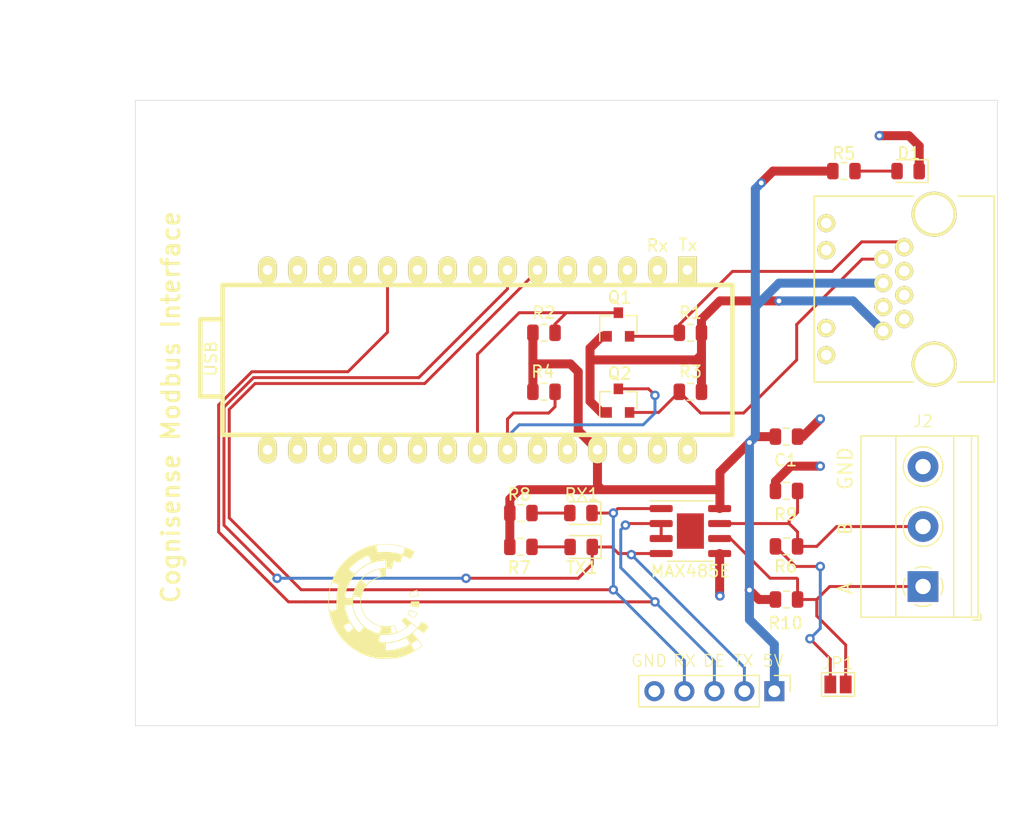
<source format=kicad_pcb>
(kicad_pcb (version 20171130) (host pcbnew "(5.1.6)-1")

  (general
    (thickness 1.6)
    (drawings 18)
    (tracks 195)
    (zones 0)
    (modules 27)
    (nets 44)
  )

  (page A4)
  (layers
    (0 F.Cu signal)
    (31 B.Cu signal)
    (32 B.Adhes user)
    (33 F.Adhes user)
    (34 B.Paste user)
    (35 F.Paste user)
    (36 B.SilkS user)
    (37 F.SilkS user)
    (38 B.Mask user)
    (39 F.Mask user)
    (40 Dwgs.User user)
    (41 Cmts.User user)
    (42 Eco1.User user)
    (43 Eco2.User user)
    (44 Edge.Cuts user)
    (45 Margin user)
    (46 B.CrtYd user)
    (47 F.CrtYd user)
    (48 B.Fab user)
    (49 F.Fab user)
  )

  (setup
    (last_trace_width 0.25)
    (user_trace_width 0.762)
    (trace_clearance 0.2)
    (zone_clearance 0.508)
    (zone_45_only no)
    (trace_min 0.2)
    (via_size 0.8)
    (via_drill 0.4)
    (via_min_size 0.4)
    (via_min_drill 0.3)
    (uvia_size 0.3)
    (uvia_drill 0.1)
    (uvias_allowed no)
    (uvia_min_size 0.2)
    (uvia_min_drill 0.1)
    (edge_width 0.05)
    (segment_width 0.2)
    (pcb_text_width 0.3)
    (pcb_text_size 1.5 1.5)
    (mod_edge_width 0.12)
    (mod_text_size 1 1)
    (mod_text_width 0.15)
    (pad_size 1.524 1.524)
    (pad_drill 0.762)
    (pad_to_mask_clearance 0.05)
    (aux_axis_origin 0 0)
    (grid_origin 106.51236 85.0392)
    (visible_elements 7FFFFFFF)
    (pcbplotparams
      (layerselection 0x010fc_ffffffff)
      (usegerberextensions false)
      (usegerberattributes true)
      (usegerberadvancedattributes true)
      (creategerberjobfile true)
      (excludeedgelayer true)
      (linewidth 0.100000)
      (plotframeref false)
      (viasonmask false)
      (mode 1)
      (useauxorigin false)
      (hpglpennumber 1)
      (hpglpenspeed 20)
      (hpglpendiameter 15.000000)
      (psnegative false)
      (psa4output false)
      (plotreference true)
      (plotvalue true)
      (plotinvisibletext false)
      (padsonsilk false)
      (subtractmaskfromsilk false)
      (outputformat 1)
      (mirror false)
      (drillshape 0)
      (scaleselection 1)
      (outputdirectory "gerber/"))
  )

  (net 0 "")
  (net 1 "Net-(A1-Pad1)")
  (net 2 "Net-(A1-Pad17)")
  (net 3 "Net-(A1-Pad2)")
  (net 4 "Net-(A1-Pad18)")
  (net 5 "Net-(A1-Pad3)")
  (net 6 "Net-(A1-Pad19)")
  (net 7 GND)
  (net 8 "Net-(A1-Pad20)")
  (net 9 "Net-(A1-Pad5)")
  (net 10 "Net-(A1-Pad21)")
  (net 11 "Net-(A1-Pad22)")
  (net 12 SDA-HV)
  (net 13 SCL-HV)
  (net 14 "Net-(A1-Pad9)")
  (net 15 "Net-(A1-Pad25)")
  (net 16 "Net-(A1-Pad10)")
  (net 17 "Net-(A1-Pad26)")
  (net 18 +5V)
  (net 19 "Net-(A1-Pad13)")
  (net 20 "Net-(A1-Pad14)")
  (net 21 "Net-(A1-Pad30)")
  (net 22 "Net-(A1-Pad15)")
  (net 23 "Net-(A1-Pad16)")
  (net 24 "Net-(D1-Pad2)")
  (net 25 SDA-LV)
  (net 26 SCL-LV)
  (net 27 "Net-(J1-Pad9)")
  (net 28 "Net-(J1-Pad10)")
  (net 29 "Net-(J1-Pad11)")
  (net 30 "Net-(J1-Pad12)")
  (net 31 "Net-(J2-Pad1)")
  (net 32 "Net-(J2-Pad2)")
  (net 33 +3V3)
  (net 34 D3)
  (net 35 D8)
  (net 36 D4)
  (net 37 "Net-(A1-Pad12)")
  (net 38 "Net-(J1-Pad3)")
  (net 39 "Net-(J1-Pad6)")
  (net 40 "Net-(A1-Pad8)")
  (net 41 "Net-(R7-Pad2)")
  (net 42 "Net-(R8-Pad2)")
  (net 43 "Net-(JP1-Pad1)")

  (net_class Default "This is the default net class."
    (clearance 0.2)
    (trace_width 0.25)
    (via_dia 0.8)
    (via_drill 0.4)
    (uvia_dia 0.3)
    (uvia_drill 0.1)
    (add_net +3V3)
    (add_net D3)
    (add_net D4)
    (add_net D8)
    (add_net GND)
    (add_net "Net-(A1-Pad1)")
    (add_net "Net-(A1-Pad10)")
    (add_net "Net-(A1-Pad12)")
    (add_net "Net-(A1-Pad13)")
    (add_net "Net-(A1-Pad14)")
    (add_net "Net-(A1-Pad15)")
    (add_net "Net-(A1-Pad16)")
    (add_net "Net-(A1-Pad17)")
    (add_net "Net-(A1-Pad18)")
    (add_net "Net-(A1-Pad19)")
    (add_net "Net-(A1-Pad2)")
    (add_net "Net-(A1-Pad20)")
    (add_net "Net-(A1-Pad21)")
    (add_net "Net-(A1-Pad22)")
    (add_net "Net-(A1-Pad25)")
    (add_net "Net-(A1-Pad26)")
    (add_net "Net-(A1-Pad3)")
    (add_net "Net-(A1-Pad30)")
    (add_net "Net-(A1-Pad5)")
    (add_net "Net-(A1-Pad8)")
    (add_net "Net-(A1-Pad9)")
    (add_net "Net-(D1-Pad2)")
    (add_net "Net-(J1-Pad10)")
    (add_net "Net-(J1-Pad11)")
    (add_net "Net-(J1-Pad12)")
    (add_net "Net-(J1-Pad3)")
    (add_net "Net-(J1-Pad6)")
    (add_net "Net-(J1-Pad9)")
    (add_net "Net-(J2-Pad1)")
    (add_net "Net-(J2-Pad2)")
    (add_net "Net-(JP1-Pad1)")
    (add_net "Net-(R7-Pad2)")
    (add_net "Net-(R8-Pad2)")
    (add_net SCL-HV)
    (add_net SCL-LV)
    (add_net SDA-HV)
    (add_net SDA-LV)
  )

  (net_class Power ""
    (clearance 0.2)
    (trace_width 0.762)
    (via_dia 0.8)
    (via_drill 0.4)
    (uvia_dia 0.3)
    (uvia_drill 0.1)
    (add_net +5V)
  )

  (module Package_SO:SOIC-8-1EP_3.9x4.9mm_P1.27mm_EP2.29x3mm (layer F.Cu) (tedit 5DC5FE76) (tstamp 5F72D0FD)
    (at 179.51236 118.5392)
    (descr "SOIC, 8 Pin (https://www.analog.com/media/en/technical-documentation/data-sheets/ada4898-1_4898-2.pdf#page=29), generated with kicad-footprint-generator ipc_gullwing_generator.py")
    (tags "SOIC SO")
    (path /5F6A5BA6)
    (attr smd)
    (fp_text reference U1 (at 0 -3.5) (layer F.Fab)
      (effects (font (size 1 1) (thickness 0.15)))
    )
    (fp_text value MAX485E (at 0 3.4) (layer F.SilkS)
      (effects (font (size 1 1) (thickness 0.15)))
    )
    (fp_line (start 3.7 -2.7) (end -3.7 -2.7) (layer F.CrtYd) (width 0.05))
    (fp_line (start 3.7 2.7) (end 3.7 -2.7) (layer F.CrtYd) (width 0.05))
    (fp_line (start -3.7 2.7) (end 3.7 2.7) (layer F.CrtYd) (width 0.05))
    (fp_line (start -3.7 -2.7) (end -3.7 2.7) (layer F.CrtYd) (width 0.05))
    (fp_line (start -1.95 -1.475) (end -0.975 -2.45) (layer F.Fab) (width 0.1))
    (fp_line (start -1.95 2.45) (end -1.95 -1.475) (layer F.Fab) (width 0.1))
    (fp_line (start 1.95 2.45) (end -1.95 2.45) (layer F.Fab) (width 0.1))
    (fp_line (start 1.95 -2.45) (end 1.95 2.45) (layer F.Fab) (width 0.1))
    (fp_line (start -0.975 -2.45) (end 1.95 -2.45) (layer F.Fab) (width 0.1))
    (fp_line (start 0 -2.56) (end -3.45 -2.56) (layer F.SilkS) (width 0.12))
    (fp_line (start 0 -2.56) (end 1.95 -2.56) (layer F.SilkS) (width 0.12))
    (fp_line (start 0 2.56) (end -1.95 2.56) (layer F.SilkS) (width 0.12))
    (fp_line (start 0 2.56) (end 1.95 2.56) (layer F.SilkS) (width 0.12))
    (fp_text user %R (at 0 0) (layer F.Fab)
      (effects (font (size 0.98 0.98) (thickness 0.15)))
    )
    (pad 1 smd roundrect (at -2.475 -1.905) (size 1.95 0.6) (layers F.Cu F.Paste F.Mask) (roundrect_rratio 0.25)
      (net 34 D3))
    (pad 2 smd roundrect (at -2.475 -0.635) (size 1.95 0.6) (layers F.Cu F.Paste F.Mask) (roundrect_rratio 0.25)
      (net 35 D8))
    (pad 3 smd roundrect (at -2.475 0.635) (size 1.95 0.6) (layers F.Cu F.Paste F.Mask) (roundrect_rratio 0.25)
      (net 35 D8))
    (pad 4 smd roundrect (at -2.475 1.905) (size 1.95 0.6) (layers F.Cu F.Paste F.Mask) (roundrect_rratio 0.25)
      (net 36 D4))
    (pad 5 smd roundrect (at 2.475 1.905) (size 1.95 0.6) (layers F.Cu F.Paste F.Mask) (roundrect_rratio 0.25)
      (net 7 GND))
    (pad 6 smd roundrect (at 2.475 0.635) (size 1.95 0.6) (layers F.Cu F.Paste F.Mask) (roundrect_rratio 0.25)
      (net 31 "Net-(J2-Pad1)"))
    (pad 7 smd roundrect (at 2.475 -0.635) (size 1.95 0.6) (layers F.Cu F.Paste F.Mask) (roundrect_rratio 0.25)
      (net 32 "Net-(J2-Pad2)"))
    (pad 8 smd roundrect (at 2.475 -1.905) (size 1.95 0.6) (layers F.Cu F.Paste F.Mask) (roundrect_rratio 0.25)
      (net 18 +5V))
    (pad 9 smd rect (at 0 0) (size 2.29 3) (layers F.Cu F.Mask))
    (pad "" smd roundrect (at -0.57 -0.75) (size 0.92 1.21) (layers F.Paste) (roundrect_rratio 0.25))
    (pad "" smd roundrect (at -0.57 0.75) (size 0.92 1.21) (layers F.Paste) (roundrect_rratio 0.25))
    (pad "" smd roundrect (at 0.57 -0.75) (size 0.92 1.21) (layers F.Paste) (roundrect_rratio 0.25))
    (pad "" smd roundrect (at 0.57 0.75) (size 0.92 1.21) (layers F.Paste) (roundrect_rratio 0.25))
    (model ${KISYS3DMOD}/Package_SO.3dshapes/SOIC-8-1EP_3.9x4.9mm_P1.27mm_EP2.29x3mm.wrl
      (at (xyz 0 0 0))
      (scale (xyz 1 1 1))
      (rotate (xyz 0 0 0))
    )
  )

  (module MountingHole:MountingHole_3.2mm_M3 (layer F.Cu) (tedit 56D1B4CB) (tstamp 5FFBCFF8)
    (at 166.51236 87.5392 180)
    (descr "Mounting Hole 3.2mm, no annular, M3")
    (tags "mounting hole 3.2mm no annular m3")
    (attr virtual)
    (fp_text reference M3 (at -3.81 -3.81) (layer F.Fab)
      (effects (font (size 1 1) (thickness 0.15)))
    )
    (fp_text value MountingHole_3.2mm_M3 (at 0.635 4.445) (layer F.Fab)
      (effects (font (size 1 1) (thickness 0.15)))
    )
    (fp_circle (center 0 0) (end 3.2 0) (layer Cmts.User) (width 0.15))
    (fp_circle (center 0 0) (end 3.45 0) (layer F.CrtYd) (width 0.05))
    (fp_text user %R (at 0.3 0) (layer F.Fab)
      (effects (font (size 1 1) (thickness 0.15)))
    )
    (pad 1 np_thru_hole circle (at 0 0 180) (size 3.2 3.2) (drill 3.2) (layers *.Cu *.Mask))
  )

  (module MountingHole:MountingHole_3.2mm_M3 (layer F.Cu) (tedit 56D1B4CB) (tstamp 5FFBCFF1)
    (at 141.51236 87.5392 180)
    (descr "Mounting Hole 3.2mm, no annular, M3")
    (tags "mounting hole 3.2mm no annular m3")
    (attr virtual)
    (fp_text reference M3 (at -3.81 -3.81) (layer F.Fab)
      (effects (font (size 1 1) (thickness 0.15)))
    )
    (fp_text value MountingHole_3.2mm_M3 (at 3 -4.5) (layer F.Fab)
      (effects (font (size 1 1) (thickness 0.15)))
    )
    (fp_circle (center 0 0) (end 3.2 0) (layer Cmts.User) (width 0.15))
    (fp_circle (center 0 0) (end 3.45 0) (layer F.CrtYd) (width 0.05))
    (fp_text user %R (at 0.3 0) (layer F.Fab)
      (effects (font (size 1 1) (thickness 0.15)))
    )
    (pad 1 np_thru_hole circle (at 0 0 180) (size 3.2 3.2) (drill 3.2) (layers *.Cu *.Mask))
  )

  (module SVTmaker:arduino_nano2 (layer F.Cu) (tedit 5B7289B4) (tstamp 5FF71F25)
    (at 160.21236 104.0392 180)
    (descr "30 pins DIL package, elliptical pads, width 600mil (arduino nano)")
    (tags "DIL arduino mini")
    (path /5FF71032)
    (fp_text reference A1 (at -24.9 5.6) (layer F.Fab)
      (effects (font (size 1.778 1.778) (thickness 0.3048)))
    )
    (fp_text value Arduino_Nano (at 2.5 11) (layer F.Fab)
      (effects (font (size 1.778 1.778) (thickness 0.3048)))
    )
    (fp_line (start -22.86 -6.35) (end 20.32 -6.35) (layer F.SilkS) (width 0.381))
    (fp_line (start 20.32 -6.35) (end 20.32 6.35) (layer F.SilkS) (width 0.381))
    (fp_line (start 20.32 6.35) (end -22.86 6.35) (layer F.SilkS) (width 0.381))
    (fp_line (start -22.86 6.35) (end -22.86 -6.35) (layer F.SilkS) (width 0.381))
    (fp_line (start 20.35 3.45) (end 22.2 3.45) (layer F.SilkS) (width 0.381))
    (fp_line (start 22.2 3.44) (end 22.2 -3.1) (layer F.SilkS) (width 0.381))
    (fp_line (start 22.2 -3.1) (end 20.33 -3.1) (layer F.SilkS) (width 0.381))
    (fp_text user Rx (at -16.5 9.7) (layer F.SilkS)
      (effects (font (size 1 1) (thickness 0.15)))
    )
    (fp_text user Tx (at -19.1 9.75) (layer F.SilkS)
      (effects (font (size 1 1) (thickness 0.15)))
    )
    (fp_text user USB (at 21.3 0.1 90) (layer F.SilkS)
      (effects (font (size 1 1) (thickness 0.15)))
    )
    (pad 30 thru_hole oval (at -19.05 -7.62 180) (size 1.5748 2.286) (drill 0.8128) (layers *.Cu *.Mask F.SilkS)
      (net 21 "Net-(A1-Pad30)"))
    (pad 29 thru_hole oval (at -16.51 -7.62 180) (size 1.5748 2.286) (drill 0.8128) (layers *.Cu *.Mask F.SilkS)
      (net 7 GND))
    (pad 28 thru_hole oval (at -13.97 -7.62 180) (size 1.5748 2.286) (drill 0.8128) (layers *.Cu *.Mask F.SilkS))
    (pad 27 thru_hole oval (at -11.43 -7.62 180) (size 1.5748 2.286) (drill 0.8128) (layers *.Cu *.Mask F.SilkS)
      (net 18 +5V))
    (pad 26 thru_hole oval (at -8.89 -7.62 180) (size 1.5748 2.286) (drill 0.8128) (layers *.Cu *.Mask F.SilkS)
      (net 17 "Net-(A1-Pad26)"))
    (pad 25 thru_hole oval (at -6.35 -7.62 180) (size 1.5748 2.286) (drill 0.8128) (layers *.Cu *.Mask F.SilkS)
      (net 15 "Net-(A1-Pad25)"))
    (pad 24 thru_hole oval (at -3.81 -7.62 180) (size 1.5748 2.286) (drill 0.8128) (layers *.Cu *.Mask F.SilkS)
      (net 13 SCL-HV))
    (pad 23 thru_hole oval (at -1.27 -7.62 180) (size 1.5748 2.286) (drill 0.8128) (layers *.Cu *.Mask F.SilkS)
      (net 12 SDA-HV))
    (pad 22 thru_hole oval (at 1.27 -7.62 180) (size 1.5748 2.286) (drill 0.8128) (layers *.Cu *.Mask F.SilkS)
      (net 11 "Net-(A1-Pad22)"))
    (pad 21 thru_hole oval (at 3.81 -7.62 180) (size 1.5748 2.286) (drill 0.8128) (layers *.Cu *.Mask F.SilkS)
      (net 10 "Net-(A1-Pad21)"))
    (pad 20 thru_hole oval (at 6.35 -7.62 180) (size 1.5748 2.286) (drill 0.8128) (layers *.Cu *.Mask F.SilkS)
      (net 8 "Net-(A1-Pad20)"))
    (pad 19 thru_hole oval (at 8.89 -7.62 180) (size 1.5748 2.286) (drill 0.8128) (layers *.Cu *.Mask F.SilkS)
      (net 6 "Net-(A1-Pad19)"))
    (pad 18 thru_hole oval (at 11.43 -7.62 180) (size 1.5748 2.286) (drill 0.8128) (layers *.Cu *.Mask F.SilkS)
      (net 4 "Net-(A1-Pad18)"))
    (pad 17 thru_hole oval (at 13.97 -7.62 180) (size 1.5748 2.286) (drill 0.8128) (layers *.Cu *.Mask F.SilkS)
      (net 2 "Net-(A1-Pad17)"))
    (pad 16 thru_hole oval (at 16.51 -7.62 180) (size 1.5748 2.286) (drill 0.8128) (layers *.Cu *.Mask F.SilkS)
      (net 23 "Net-(A1-Pad16)"))
    (pad 15 thru_hole oval (at 16.51 7.62 180) (size 1.5748 2.286) (drill 0.8128) (layers *.Cu *.Mask F.SilkS)
      (net 22 "Net-(A1-Pad15)"))
    (pad 14 thru_hole oval (at 13.97 7.62 180) (size 1.5748 2.286) (drill 0.8128) (layers *.Cu *.Mask F.SilkS)
      (net 20 "Net-(A1-Pad14)"))
    (pad 13 thru_hole oval (at 11.43 7.62 180) (size 1.5748 2.286) (drill 0.8128) (layers *.Cu *.Mask F.SilkS)
      (net 19 "Net-(A1-Pad13)"))
    (pad 12 thru_hole oval (at 8.89 7.62 180) (size 1.5748 2.286) (drill 0.8128) (layers *.Cu *.Mask F.SilkS)
      (net 37 "Net-(A1-Pad12)"))
    (pad 11 thru_hole oval (at 6.35 7.62 180) (size 1.5748 2.286) (drill 0.8128) (layers *.Cu *.Mask F.SilkS)
      (net 35 D8))
    (pad 10 thru_hole oval (at 3.81 7.62 180) (size 1.5748 2.286) (drill 0.8128) (layers *.Cu *.Mask F.SilkS)
      (net 16 "Net-(A1-Pad10)"))
    (pad 9 thru_hole oval (at 1.27 7.62 180) (size 1.5748 2.286) (drill 0.8128) (layers *.Cu *.Mask F.SilkS)
      (net 14 "Net-(A1-Pad9)"))
    (pad 8 thru_hole oval (at -1.27 7.62 180) (size 1.5748 2.286) (drill 0.8128) (layers *.Cu *.Mask F.SilkS)
      (net 40 "Net-(A1-Pad8)"))
    (pad 7 thru_hole oval (at -3.81 7.62 180) (size 1.5748 2.286) (drill 0.8128) (layers *.Cu *.Mask F.SilkS)
      (net 36 D4))
    (pad 6 thru_hole oval (at -6.35 7.62 180) (size 1.5748 2.286) (drill 0.8128) (layers *.Cu *.Mask F.SilkS)
      (net 34 D3))
    (pad 5 thru_hole oval (at -8.89 7.62 180) (size 1.5748 2.286) (drill 0.8128) (layers *.Cu *.Mask F.SilkS)
      (net 9 "Net-(A1-Pad5)"))
    (pad 4 thru_hole oval (at -11.43 7.62 180) (size 1.5748 2.286) (drill 0.8128) (layers *.Cu *.Mask F.SilkS)
      (net 7 GND))
    (pad 3 thru_hole oval (at -13.97 7.62 180) (size 1.5748 2.286) (drill 0.8128) (layers *.Cu *.Mask F.SilkS)
      (net 5 "Net-(A1-Pad3)"))
    (pad 2 thru_hole oval (at -16.51 7.62 180) (size 1.5748 2.286) (drill 0.8128) (layers *.Cu *.Mask F.SilkS)
      (net 3 "Net-(A1-Pad2)"))
    (pad 1 thru_hole rect (at -19.05 7.62 180) (size 1.5748 2.286) (drill 0.8128) (layers *.Cu *.Mask F.SilkS)
      (net 1 "Net-(A1-Pad1)"))
    (model 0User.3dshapes/arduino_nano.wrl
      (offset (xyz 23 10.05 0))
      (scale (xyz 0.393 0.393 0.393))
      (rotate (xyz 0 0 -180))
    )
    (model ${KISYS3DMOD}/Connector_PinSocket_2.54mm.3dshapes/PinSocket_1x15_P2.54mm_Vertical.wrl
      (offset (xyz -19 -7.5 0))
      (scale (xyz 1 1 1))
      (rotate (xyz 0 0 -90))
    )
    (model ${KISYS3DMOD}/Connector_PinSocket_2.54mm.3dshapes/PinSocket_1x15_P2.54mm_Vertical.wrl
      (offset (xyz -19 7.5 0))
      (scale (xyz 1 1 1))
      (rotate (xyz 0 0 -90))
    )
  )

  (module MountingHole:MountingHole_3.2mm_M3 (layer F.Cu) (tedit 56D1B4CB) (tstamp 5F72FD5A)
    (at 166.51236 128.9392)
    (descr "Mounting Hole 3.2mm, no annular, M3")
    (tags "mounting hole 3.2mm no annular m3")
    (attr virtual)
    (fp_text reference M3 (at -3.81 -3.81) (layer F.Fab)
      (effects (font (size 1 1) (thickness 0.15)))
    )
    (fp_text value MountingHole_3.2mm_M3 (at 4.445 4.445) (layer F.Fab)
      (effects (font (size 1 1) (thickness 0.15)))
    )
    (fp_circle (center 0 0) (end 3.2 0) (layer Cmts.User) (width 0.15))
    (fp_circle (center 0 0) (end 3.45 0) (layer F.CrtYd) (width 0.05))
    (fp_text user %R (at 0.3 0) (layer F.Fab)
      (effects (font (size 1 1) (thickness 0.15)))
    )
    (pad 1 np_thru_hole circle (at 0 0) (size 3.2 3.2) (drill 3.2) (layers *.Cu *.Mask))
  )

  (module SVTmaker:CS_10mm_FSilk (layer F.Cu) (tedit 0) (tstamp 5F73EB6F)
    (at 153.51236 124.5392)
    (fp_text reference G*** (at 0 0) (layer B.SilkS) hide
      (effects (font (size 1.524 1.524) (thickness 0.3)) (justify mirror))
    )
    (fp_text value LOGO (at 0.75 0) (layer B.SilkS) hide
      (effects (font (size 1.524 1.524) (thickness 0.3)) (justify mirror))
    )
    (fp_poly (pts (xy 0.67686 -4.879526) (xy 0.979943 -4.842265) (xy 1.299967 -4.778808) (xy 1.505857 -4.728517)
      (xy 1.656543 -4.68407) (xy 1.832116 -4.623387) (xy 2.018615 -4.552364) (xy 2.202081 -4.476896)
      (xy 2.368555 -4.40288) (xy 2.504077 -4.336211) (xy 2.594688 -4.282785) (xy 2.624032 -4.256241)
      (xy 2.614519 -4.216099) (xy 2.577569 -4.130482) (xy 2.522137 -4.016704) (xy 2.457175 -3.892077)
      (xy 2.391635 -3.773917) (xy 2.334472 -3.679535) (xy 2.302939 -3.635314) (xy 2.268532 -3.644892)
      (xy 2.185975 -3.680555) (xy 2.071621 -3.735137) (xy 2.04479 -3.748485) (xy 1.878867 -3.831394)
      (xy 1.765184 -3.88111) (xy 1.689992 -3.894643) (xy 1.639543 -3.869004) (xy 1.600087 -3.801203)
      (xy 1.557878 -3.688249) (xy 1.54037 -3.638788) (xy 1.491364 -3.505327) (xy 1.449735 -3.399146)
      (xy 1.422605 -3.338187) (xy 1.418343 -3.331382) (xy 1.375528 -3.3282) (xy 1.282464 -3.343078)
      (xy 1.158296 -3.372843) (xy 1.143 -3.377045) (xy 1.013225 -3.409838) (xy 0.909295 -3.429987)
      (xy 0.852111 -3.433509) (xy 0.850018 -3.432892) (xy 0.82751 -3.392584) (xy 0.800711 -3.297626)
      (xy 0.774152 -3.1654) (xy 0.764349 -3.104214) (xy 0.717662 -2.790399) (xy 0.217714 -2.839663)
      (xy 0.217714 -2.140858) (xy 0.062052 -2.140857) (xy -0.241872 -2.106791) (xy -0.549908 -2.009884)
      (xy -0.850134 -1.858074) (xy -1.130628 -1.659298) (xy -1.379469 -1.421493) (xy -1.584734 -1.152596)
      (xy -1.681979 -0.979715) (xy -1.829091 -0.608412) (xy -1.904235 -0.240435) (xy -1.907395 0.127134)
      (xy -1.838553 0.497214) (xy -1.697692 0.872723) (xy -1.670795 0.928796) (xy -1.486153 1.226489)
      (xy -1.245802 1.494153) (xy -0.962927 1.721278) (xy -0.650713 1.897354) (xy -0.322343 2.011873)
      (xy -0.307636 2.015355) (xy -0.025213 2.058487) (xy 0.28009 2.067519) (xy 0.573648 2.042414)
      (xy 0.707571 2.01648) (xy 0.825418 1.992738) (xy 0.913515 1.983479) (xy 0.949022 1.989007)
      (xy 0.971372 2.032805) (xy 1.009852 2.127324) (xy 1.057256 2.254572) (xy 1.07196 2.295927)
      (xy 1.122882 2.434841) (xy 1.160604 2.516806) (xy 1.193502 2.554158) (xy 1.229957 2.559238)
      (xy 1.247794 2.554882) (xy 1.359082 2.510079) (xy 1.503436 2.437264) (xy 1.655053 2.350861)
      (xy 1.78813 2.265298) (xy 1.853088 2.216449) (xy 1.973561 2.115873) (xy 1.766923 1.8723)
      (xy 1.674405 1.760385) (xy 1.603292 1.668917) (xy 1.564405 1.612059) (xy 1.560285 1.60187)
      (xy 1.584219 1.563438) (xy 1.645647 1.493711) (xy 1.698458 1.440092) (xy 1.836631 1.305169)
      (xy 2.35834 1.744041) (xy 2.88005 2.182912) (xy 2.946176 2.098385) (xy 3.006195 2.016188)
      (xy 3.080733 1.907088) (xy 3.111794 1.859707) (xy 3.172715 1.771594) (xy 3.219098 1.715769)
      (xy 3.233752 1.705493) (xy 3.273176 1.722251) (xy 3.360281 1.767254) (xy 3.479873 1.832509)
      (xy 3.550425 1.872115) (xy 3.687429 1.950598) (xy 3.771193 2.004016) (xy 3.811637 2.043045)
      (xy 3.818678 2.078366) (xy 3.802235 2.120654) (xy 3.79478 2.135186) (xy 3.74894 2.211437)
      (xy 3.67445 2.322826) (xy 3.586528 2.446681) (xy 3.576622 2.460186) (xy 3.408314 2.6888)
      (xy 2.884714 2.252778) (xy 2.694214 2.440506) (xy 2.601937 2.534076) (xy 2.534268 2.607716)
      (xy 2.504187 2.647209) (xy 2.503714 2.649152) (xy 2.525833 2.682405) (xy 2.587265 2.761973)
      (xy 2.680627 2.87862) (xy 2.798534 3.02311) (xy 2.922124 3.172435) (xy 3.078227 3.358703)
      (xy 3.190943 3.498138) (xy 3.260257 3.602088) (xy 3.286158 3.681902) (xy 3.268632 3.748928)
      (xy 3.207667 3.814517) (xy 3.10325 3.890016) (xy 2.955367 3.986774) (xy 2.921176 4.009277)
      (xy 2.502662 4.261631) (xy 2.080143 4.464281) (xy 1.629239 4.627906) (xy 1.291628 4.722922)
      (xy 1.161736 4.751991) (xy 1.023826 4.773632) (xy 0.863093 4.789142) (xy 0.66473 4.799815)
      (xy 0.41393 4.806944) (xy 0.308428 4.808885) (xy 0.086073 4.811637) (xy -0.116327 4.812425)
      (xy -0.285592 4.811335) (xy -0.40854 4.808449) (xy -0.471715 4.803903) (xy -0.87658 4.721319)
      (xy -1.231459 4.626434) (xy -1.558766 4.51193) (xy -1.880917 4.37049) (xy -2.035567 4.293325)
      (xy -2.545895 3.990326) (xy -3.008896 3.633707) (xy -3.150647 3.494134) (xy 0.217714 3.494134)
      (xy 0.217714 4.110948) (xy 0.553357 4.089793) (xy 0.750238 4.069513) (xy 0.975485 4.034409)
      (xy 1.188139 3.991121) (xy 1.239163 3.978614) (xy 1.441606 3.918551) (xy 1.666956 3.839336)
      (xy 1.873961 3.755732) (xy 1.919663 3.735108) (xy 2.205357 3.602369) (xy 2.329161 3.602369)
      (xy 2.439875 3.787827) (xy 2.509493 3.904108) (xy 2.571169 4.006554) (xy 2.600163 4.054322)
      (xy 2.649736 4.135359) (xy 2.822241 4.029216) (xy 2.954487 3.940677) (xy 3.088738 3.839964)
      (xy 3.137715 3.799485) (xy 3.280684 3.675898) (xy 3.100842 3.454724) (xy 3.01278 3.350226)
      (xy 2.940791 3.271774) (xy 2.897778 3.233247) (xy 2.893304 3.231489) (xy 2.853058 3.25002)
      (xy 2.768723 3.30135) (xy 2.655293 3.376133) (xy 2.597385 3.415899) (xy 2.329161 3.602369)
      (xy 2.205357 3.602369) (xy 2.25 3.581627) (xy 2.118003 3.342028) (xy 2.051082 3.222713)
      (xy 1.995998 3.128427) (xy 1.963362 3.077266) (xy 1.961153 3.074535) (xy 1.919107 3.075832)
      (xy 1.829013 3.103737) (xy 1.707864 3.152663) (xy 1.665566 3.17173) (xy 1.261951 3.325504)
      (xy 0.832701 3.430256) (xy 0.517614 3.471082) (xy 0.217714 3.494134) (xy -3.150647 3.494134)
      (xy -3.343599 3.304148) (xy -0.348835 3.304148) (xy -0.347391 3.362162) (xy -0.346995 3.363317)
      (xy -0.298423 3.396826) (xy -0.190321 3.420143) (xy -0.035059 3.432932) (xy 0.154995 3.434854)
      (xy 0.367471 3.425571) (xy 0.589999 3.404745) (xy 0.689428 3.391618) (xy 1.181443 3.285085)
      (xy 1.645129 3.11335) (xy 2.075673 2.878837) (xy 2.46826 2.583966) (xy 2.665887 2.397319)
      (xy 2.846202 2.212919) (xy 2.703073 2.095245) (xy 2.598092 2.008291) (xy 2.500354 1.926312)
      (xy 2.469084 1.899719) (xy 2.378224 1.821868) (xy 2.171017 2.013705) (xy 1.873528 2.252445)
      (xy 1.533743 2.463379) (xy 1.181242 2.628716) (xy 1.095607 2.660487) (xy 0.957278 2.706238)
      (xy 0.834309 2.738694) (xy 0.706896 2.76094) (xy 0.555233 2.776062) (xy 0.359517 2.787144)
      (xy 0.254362 2.791535) (xy -0.271418 2.812143) (xy -0.317441 3.066143) (xy -0.33812 3.198116)
      (xy -0.348835 3.304148) (xy -3.343599 3.304148) (xy -3.421917 3.227034) (xy -3.782306 2.773878)
      (xy -4.08741 2.277808) (xy -4.183621 2.069394) (xy -3.378149 2.069394) (xy -3.190817 2.340379)
      (xy -3.109167 2.461225) (xy -3.051921 2.537635) (xy -3.003478 2.570275) (xy -2.948237 2.559807)
      (xy -2.870595 2.506897) (xy -2.754951 2.412209) (xy -2.693059 2.36157) (xy -2.607904 2.287067)
      (xy -2.552334 2.227874) (xy -2.54 2.205178) (xy -2.560493 2.160606) (xy -2.613359 2.079606)
      (xy -2.664721 2.009448) (xy -2.736209 1.912008) (xy -2.788206 1.834086) (xy -2.804979 1.802982)
      (xy -2.845178 1.791581) (xy -2.939549 1.822921) (xy -3.084695 1.895551) (xy -3.258432 1.996542)
      (xy -3.378149 2.069394) (xy -4.183621 2.069394) (xy -4.334577 1.742393) (xy -4.521154 1.171201)
      (xy -4.595977 0.848142) (xy -4.635146 0.576353) (xy -4.656786 0.257411) (xy -4.66097 -0.072572)
      (xy -4.62391 -0.072572) (xy -4.621041 0.2332) (xy -4.608813 0.468263) (xy -4.58706 0.633891)
      (xy -4.555618 0.731363) (xy -4.516022 0.762) (xy -4.455679 0.756136) (xy -4.347606 0.740784)
      (xy -4.218888 0.719884) (xy -3.973286 0.677768) (xy -3.972493 0.411481) (xy -3.229429 0.411481)
      (xy -3.209365 0.607244) (xy -3.15347 0.844295) (xy -3.068187 1.104934) (xy -2.959958 1.371462)
      (xy -2.835229 1.626179) (xy -2.71099 1.83556) (xy -2.614787 1.972025) (xy -2.502234 2.117328)
      (xy -2.38355 2.259947) (xy -2.268951 2.388359) (xy -2.168657 2.491039) (xy -2.092884 2.556465)
      (xy -2.056 2.574224) (xy -2.014396 2.546788) (xy -1.942614 2.476061) (xy -1.854793 2.37622)
      (xy -1.837499 2.355176) (xy -1.66114 2.138188) (xy -1.839224 1.949023) (xy -2.059566 1.68937)
      (xy -2.243959 1.410948) (xy -2.35283 1.209353) (xy -2.426179 1.044439) (xy -2.495449 0.854981)
      (xy -2.554005 0.662953) (xy -2.595209 0.490328) (xy -2.612425 0.359082) (xy -2.612572 0.349346)
      (xy -2.612572 0.243661) (xy -2.835609 0.266973) (xy -2.969957 0.279587) (xy -3.086302 0.288052)
      (xy -3.144037 0.290285) (xy -3.202994 0.301472) (xy -3.226312 0.349156) (xy -3.229429 0.411481)
      (xy -3.972493 0.411481) (xy -3.971168 -0.033045) (xy -3.97026 -0.187881) (xy -2.574937 -0.187881)
      (xy -2.569922 -0.002987) (xy -2.56818 0.046026) (xy -2.557487 0.269045) (xy -2.541881 0.441374)
      (xy -2.51807 0.584873) (xy -2.482764 0.721404) (xy -2.452208 0.816428) (xy -2.271416 1.243187)
      (xy -2.033915 1.62504) (xy -1.740294 1.961125) (xy -1.570557 2.113444) (xy -1.394446 2.243834)
      (xy -1.190305 2.370478) (xy -0.974495 2.485447) (xy -0.763378 2.580809) (xy -0.573316 2.648634)
      (xy -0.420669 2.680989) (xy -0.39661 2.682491) (xy -0.3499 2.679524) (xy -0.318548 2.657834)
      (xy -0.295574 2.603076) (xy -0.274002 2.500902) (xy -0.255979 2.393369) (xy -0.235651 2.257617)
      (xy -0.223243 2.153075) (xy -0.221915 2.123728) (xy 0.624033 2.123728) (xy 0.633121 2.216874)
      (xy 0.65027 2.346188) (xy 0.656993 2.391237) (xy 0.684735 2.548684) (xy 0.717457 2.643518)
      (xy 0.767556 2.68532) (xy 0.847427 2.68367) (xy 0.969466 2.648146) (xy 0.983371 2.64347)
      (xy 1.067833 2.613607) (xy 1.115693 2.594176) (xy 1.11825 2.592624) (xy 1.112336 2.556764)
      (xy 1.086479 2.469403) (xy 1.045729 2.347169) (xy 1.030597 2.304049) (xy 0.931407 2.024647)
      (xy 0.784566 2.048128) (xy 0.689785 2.065679) (xy 0.631508 2.080981) (xy 0.624863 2.08447)
      (xy 0.624033 2.123728) (xy -0.221915 2.123728) (xy -0.220713 2.097201) (xy -0.222226 2.092501)
      (xy -0.261023 2.078003) (xy -0.35076 2.048173) (xy -0.473042 2.009107) (xy -0.489857 2.003828)
      (xy -0.824373 1.862209) (xy -1.126938 1.661504) (xy -1.391596 1.410386) (xy -1.612394 1.117524)
      (xy -1.783376 0.791588) (xy -1.898587 0.441251) (xy -1.952071 0.075183) (xy -1.953156 -0.12675)
      (xy -1.94166 -0.380501) (xy -2.208827 -0.428346) (xy -2.346105 -0.448986) (xy -2.45969 -0.458927)
      (xy -2.527147 -0.456302) (xy -2.530851 -0.455142) (xy -2.553187 -0.436444) (xy -2.567416 -0.393244)
      (xy -2.574384 -0.314178) (xy -2.574937 -0.187881) (xy -3.97026 -0.187881) (xy -3.969686 -0.285633)
      (xy -3.968579 -0.344715) (xy -3.247572 -0.344715) (xy -3.066143 -0.322386) (xy -2.929049 -0.309644)
      (xy -2.798218 -0.303936) (xy -2.757971 -0.304243) (xy -2.680562 -0.311286) (xy -2.639685 -0.338828)
      (xy -2.618264 -0.406533) (xy -2.607185 -0.477852) (xy -2.513078 -0.889543) (xy -2.354219 -1.28073)
      (xy -2.137139 -1.644505) (xy -1.967144 -1.852885) (xy -1.886858 -1.852885) (xy -1.861008 -1.818323)
      (xy -1.792383 -1.75076) (xy -1.694368 -1.663159) (xy -1.665355 -1.638389) (xy -1.443853 -1.451071)
      (xy -1.25276 -1.625719) (xy -1.117369 -1.735329) (xy -0.95345 -1.848289) (xy -0.812048 -1.931528)
      (xy -0.663291 -2.003275) (xy -0.512181 -2.06584) (xy -0.391164 -2.105805) (xy -0.390072 -2.106081)
      (xy -0.303936 -2.129278) (xy -0.251257 -2.156243) (xy -0.22718 -2.201952) (xy -0.22685 -2.281378)
      (xy -0.245413 -2.409496) (xy -0.261386 -2.503041) (xy -0.286622 -2.635778) (xy -0.316648 -2.716564)
      (xy -0.365679 -2.751727) (xy -0.447928 -2.747595) (xy -0.577611 -2.710497) (xy -0.663359 -2.682006)
      (xy -1.06571 -2.511485) (xy -1.428472 -2.284805) (xy -1.633869 -2.114291) (xy -1.743166 -2.010414)
      (xy -1.828716 -1.924001) (xy -1.878745 -1.867214) (xy -1.886858 -1.852885) (xy -1.967144 -1.852885)
      (xy -1.86837 -1.973962) (xy -1.554446 -2.262193) (xy -1.2019 -2.502292) (xy -0.817264 -2.687351)
      (xy -0.407071 -2.810464) (xy -0.399447 -2.812079) (xy -0.242842 -2.840152) (xy -0.088875 -2.859825)
      (xy 0.020515 -2.866572) (xy 0.181428 -2.866572) (xy 0.181428 -3.523003) (xy 0.0635 -3.504741)
      (xy -0.039244 -3.490586) (xy -0.177345 -3.473712) (xy -0.271775 -3.463113) (xy -0.684623 -3.385558)
      (xy -1.100737 -3.244986) (xy -1.504859 -3.048546) (xy -1.881732 -2.80339) (xy -2.144093 -2.58561)
      (xy -2.411455 -2.302695) (xy -2.654631 -1.976565) (xy -2.865846 -1.622166) (xy -3.037327 -1.254444)
      (xy -3.161297 -0.888346) (xy -3.229981 -0.538818) (xy -3.235062 -0.488425) (xy -3.247572 -0.344715)
      (xy -3.968579 -0.344715) (xy -3.966032 -0.480581) (xy -3.95883 -0.632816) (xy -3.946705 -0.757266)
      (xy -3.928283 -0.868858) (xy -3.902188 -0.982518) (xy -3.873986 -1.088152) (xy -3.834811 -1.23518)
      (xy -3.805987 -1.353429) (xy -3.791153 -1.427346) (xy -3.790662 -1.444186) (xy -3.827788 -1.461452)
      (xy -3.916087 -1.496965) (xy -4.038604 -1.543968) (xy -4.078052 -1.55876) (xy -4.353702 -1.661594)
      (xy -4.425412 -1.429424) (xy -4.536432 -0.995403) (xy -4.601316 -0.55239) (xy -4.623902 -0.074148)
      (xy -4.62391 -0.072572) (xy -4.66097 -0.072572) (xy -4.661134 -0.085475) (xy -4.648428 -0.429097)
      (xy -4.618906 -0.750243) (xy -4.577004 -1.006336) (xy -4.417947 -1.588682) (xy -4.195112 -2.136552)
      (xy -3.908894 -2.64921) (xy -3.831721 -2.754563) (xy -2.902857 -2.754563) (xy -2.876888 -2.720293)
      (xy -2.807963 -2.65328) (xy -2.709555 -2.566412) (xy -2.681075 -2.542393) (xy -2.459292 -2.357075)
      (xy -2.200231 -2.602752) (xy -2.060606 -2.728874) (xy -1.912403 -2.852649) (xy -1.780836 -2.953314)
      (xy -1.741657 -2.98039) (xy -1.600763 -3.067413) (xy -1.433209 -3.16218) (xy -1.295454 -3.233975)
      (xy -1.178383 -3.292372) (xy -1.105828 -3.339642) (xy -1.073435 -3.392135) (xy -1.076845 -3.466201)
      (xy -1.111703 -3.578186) (xy -1.165354 -3.72221) (xy -1.210684 -3.833921) (xy -1.246846 -3.889983)
      (xy -1.285868 -3.904153) (xy -1.318506 -3.897403) (xy -1.426807 -3.854549) (xy -1.576424 -3.783256)
      (xy -1.747448 -3.694051) (xy -1.919971 -3.597461) (xy -2.074085 -3.504013) (xy -2.122715 -3.472166)
      (xy -2.220457 -3.39995) (xy -2.341379 -3.301206) (xy -2.473837 -3.186642) (xy -2.606188 -3.06697)
      (xy -2.726789 -2.952899) (xy -2.823997 -2.855138) (xy -2.886169 -2.784397) (xy -2.902857 -2.754563)
      (xy -3.831721 -2.754563) (xy -3.559692 -3.125919) (xy -3.248588 -3.467571) (xy -2.799311 -3.86989)
      (xy -2.318385 -4.206998) (xy -1.806085 -4.478737) (xy -1.262685 -4.684947) (xy -1.024538 -4.752158)
      (xy -1.01916 -4.753508) (xy -0.590174 -4.753508) (xy -0.585568 -4.658248) (xy -0.568408 -4.537909)
      (xy -0.542637 -4.411534) (xy -0.512198 -4.298163) (xy -0.481032 -4.216837) (xy -0.453084 -4.186596)
      (xy -0.450435 -4.187183) (xy -0.395193 -4.197423) (xy -0.285893 -4.209906) (xy -0.14093 -4.222701)
      (xy -0.047017 -4.229554) (xy 0.325415 -4.234112) (xy 0.715332 -4.202541) (xy 1.09036 -4.138347)
      (xy 1.301735 -4.08354) (xy 1.433464 -4.04399) (xy 1.536204 -4.013405) (xy 1.592007 -3.99712)
      (xy 1.596571 -3.995896) (xy 1.615929 -4.025612) (xy 1.652028 -4.108607) (xy 1.698352 -4.229417)
      (xy 1.718078 -4.284278) (xy 1.763391 -4.417748) (xy 1.795444 -4.522303) (xy 1.809345 -4.581526)
      (xy 1.808792 -4.58879) (xy 1.755875 -4.613725) (xy 1.647688 -4.648412) (xy 1.500205 -4.68877)
      (xy 1.329397 -4.730717) (xy 1.151238 -4.770172) (xy 0.981697 -4.803054) (xy 0.946597 -4.809092)
      (xy 0.745557 -4.837562) (xy 0.543655 -4.854074) (xy 0.317978 -4.859748) (xy 0.045614 -4.855704)
      (xy 0.012436 -4.854733) (xy -0.182826 -4.84681) (xy -0.352554 -4.836167) (xy -0.483443 -4.823933)
      (xy -0.562189 -4.811235) (xy -0.578284 -4.80465) (xy -0.590174 -4.753508) (xy -1.01916 -4.753508)
      (xy -0.854118 -4.794933) (xy -0.718817 -4.825897) (xy -0.599606 -4.84756) (xy -0.477452 -4.862428)
      (xy -0.333324 -4.873012) (xy -0.148191 -4.881819) (xy 0.004831 -4.887843) (xy 0.361547 -4.893687)
      (xy 0.67686 -4.879526)) (layer F.SilkS) (width 0.01))
    (fp_poly (pts (xy 2.267078 0.701177) (xy 2.36158 0.731877) (xy 2.482368 0.774704) (xy 2.611266 0.822837)
      (xy 2.730101 0.869453) (xy 2.820699 0.90773) (xy 2.864883 0.930845) (xy 2.866571 0.933251)
      (xy 2.851056 0.990355) (xy 2.811728 1.08198) (xy 2.75941 1.18733) (xy 2.704929 1.285612)
      (xy 2.659106 1.356029) (xy 2.63483 1.378447) (xy 2.587065 1.360699) (xy 2.494323 1.313686)
      (xy 2.37345 1.246155) (xy 2.322285 1.216124) (xy 2.200611 1.140538) (xy 2.107742 1.076749)
      (xy 2.057832 1.034749) (xy 2.053082 1.026034) (xy 2.057243 1.011427) (xy 2.104571 1.011427)
      (xy 2.134188 1.044102) (xy 2.213021 1.100172) (xy 2.326043 1.169275) (xy 2.367642 1.192818)
      (xy 2.630714 1.338893) (xy 2.72696 1.150232) (xy 2.776777 1.047503) (xy 2.807327 0.974455)
      (xy 2.812402 0.950251) (xy 2.775063 0.932258) (xy 2.690455 0.898311) (xy 2.577742 0.855453)
      (xy 2.456086 0.810731) (xy 2.344653 0.771189) (xy 2.262603 0.743872) (xy 2.229112 0.735812)
      (xy 2.198769 0.787613) (xy 2.158785 0.87053) (xy 2.122909 0.95414) (xy 2.104887 1.008017)
      (xy 2.104571 1.011427) (xy 2.057243 1.011427) (xy 2.071065 0.962909) (xy 2.108407 0.873546)
      (xy 2.153326 0.782134) (xy 2.194041 0.712863) (xy 2.217036 0.689428) (xy 2.267078 0.701177)) (layer F.SilkS) (width 0.01))
    (fp_poly (pts (xy 3.034789 0.132064) (xy 3.020568 0.254139) (xy 3.012445 0.359362) (xy 3.011714 0.386064)
      (xy 3.00722 0.429762) (xy 2.986099 0.455974) (xy 2.936887 0.46527) (xy 2.848123 0.458218)
      (xy 2.708346 0.435389) (xy 2.563559 0.408336) (xy 2.27869 0.354047) (xy 2.300488 0.245059)
      (xy 2.316784 0.134481) (xy 2.322285 0.049892) (xy 2.324968 0.010993) (xy 2.341787 -0.013986)
      (xy 2.385899 -0.028125) (xy 2.470461 -0.034509) (xy 2.608629 -0.03622) (xy 2.690075 -0.036286)
      (xy 3.057864 -0.036286) (xy 3.034789 0.132064)) (layer F.SilkS) (width 0.01))
    (fp_poly (pts (xy 2.864787 -0.984634) (xy 2.894049 -0.90489) (xy 2.928764 -0.798302) (xy 2.961924 -0.686403)
      (xy 2.986519 -0.590725) (xy 2.986761 -0.589643) (xy 2.996554 -0.526513) (xy 2.993366 -0.508)
      (xy 2.954873 -0.501667) (xy 2.862933 -0.484848) (xy 2.735356 -0.46082) (xy 2.697406 -0.453578)
      (xy 2.52431 -0.421134) (xy 2.408847 -0.405482) (xy 2.337221 -0.410591) (xy 2.295636 -0.440432)
      (xy 2.270295 -0.498973) (xy 2.249244 -0.58253) (xy 2.226896 -0.688481) (xy 2.221343 -0.730582)
      (xy 2.249916 -0.730582) (xy 2.262862 -0.650346) (xy 2.293426 -0.557242) (xy 2.330909 -0.477586)
      (xy 2.364616 -0.437693) (xy 2.369348 -0.436763) (xy 2.42523 -0.443984) (xy 2.529573 -0.461622)
      (xy 2.658372 -0.485588) (xy 2.784393 -0.512364) (xy 2.880211 -0.537168) (xy 2.92535 -0.55469)
      (xy 2.925533 -0.554867) (xy 2.933929 -0.604347) (xy 2.920439 -0.692455) (xy 2.892479 -0.794121)
      (xy 2.857463 -0.884277) (xy 2.822806 -0.937855) (xy 2.810599 -0.943429) (xy 2.751572 -0.931573)
      (xy 2.653223 -0.90097) (xy 2.535165 -0.859064) (xy 2.417013 -0.813303) (xy 2.31838 -0.771131)
      (xy 2.25888 -0.739995) (xy 2.249916 -0.730582) (xy 2.221343 -0.730582) (xy 2.217287 -0.761326)
      (xy 2.219348 -0.780015) (xy 2.256314 -0.797111) (xy 2.342531 -0.831643) (xy 2.458971 -0.876468)
      (xy 2.586604 -0.924441) (xy 2.706399 -0.968421) (xy 2.799326 -1.001262) (xy 2.846356 -1.015821)
      (xy 2.847987 -1.016) (xy 2.864787 -0.984634)) (layer F.SilkS) (width 0.01))
  )

  (module MountingHole:MountingHole_3.2mm_M3 (layer F.Cu) (tedit 56D1B4CB) (tstamp 5F72FD5A)
    (at 141.51236 128.9392)
    (descr "Mounting Hole 3.2mm, no annular, M3")
    (tags "mounting hole 3.2mm no annular m3")
    (attr virtual)
    (fp_text reference M3 (at -3.81 -3.81) (layer F.Fab)
      (effects (font (size 1 1) (thickness 0.15)))
    )
    (fp_text value MountingHole_3.2mm_M3 (at 0.635 4.445) (layer F.Fab)
      (effects (font (size 1 1) (thickness 0.15)))
    )
    (fp_circle (center 0 0) (end 3.2 0) (layer Cmts.User) (width 0.15))
    (fp_circle (center 0 0) (end 3.45 0) (layer F.CrtYd) (width 0.05))
    (fp_text user %R (at 0.3 0) (layer F.Fab)
      (effects (font (size 1 1) (thickness 0.15)))
    )
    (pad 1 np_thru_hole circle (at 0 0) (size 3.2 3.2) (drill 3.2) (layers *.Cu *.Mask))
  )

  (module Capacitor_SMD:C_0805_2012Metric (layer F.Cu) (tedit 5B36C52B) (tstamp 5F72CFA6)
    (at 187.64986 110.5392)
    (descr "Capacitor SMD 0805 (2012 Metric), square (rectangular) end terminal, IPC_7351 nominal, (Body size source: https://docs.google.com/spreadsheets/d/1BsfQQcO9C6DZCsRaXUlFlo91Tg2WpOkGARC1WS5S8t0/edit?usp=sharing), generated with kicad-footprint-generator")
    (tags capacitor)
    (path /5F6DEB57)
    (attr smd)
    (fp_text reference C1 (at -0.075 2) (layer F.SilkS)
      (effects (font (size 1 1) (thickness 0.15)))
    )
    (fp_text value 0.1uF (at -0.1 -1.5) (layer F.Fab)
      (effects (font (size 1 1) (thickness 0.15)))
    )
    (fp_line (start 1.68 0.95) (end -1.68 0.95) (layer F.CrtYd) (width 0.05))
    (fp_line (start 1.68 -0.95) (end 1.68 0.95) (layer F.CrtYd) (width 0.05))
    (fp_line (start -1.68 -0.95) (end 1.68 -0.95) (layer F.CrtYd) (width 0.05))
    (fp_line (start -1.68 0.95) (end -1.68 -0.95) (layer F.CrtYd) (width 0.05))
    (fp_line (start -0.258578 0.71) (end 0.258578 0.71) (layer F.SilkS) (width 0.12))
    (fp_line (start -0.258578 -0.71) (end 0.258578 -0.71) (layer F.SilkS) (width 0.12))
    (fp_line (start 1 0.6) (end -1 0.6) (layer F.Fab) (width 0.1))
    (fp_line (start 1 -0.6) (end 1 0.6) (layer F.Fab) (width 0.1))
    (fp_line (start -1 -0.6) (end 1 -0.6) (layer F.Fab) (width 0.1))
    (fp_line (start -1 0.6) (end -1 -0.6) (layer F.Fab) (width 0.1))
    (fp_text user %R (at 0 0) (layer F.Fab)
      (effects (font (size 0.5 0.5) (thickness 0.08)))
    )
    (pad 1 smd roundrect (at -0.9375 0) (size 0.975 1.4) (layers F.Cu F.Paste F.Mask) (roundrect_rratio 0.25)
      (net 18 +5V))
    (pad 2 smd roundrect (at 0.9375 0) (size 0.975 1.4) (layers F.Cu F.Paste F.Mask) (roundrect_rratio 0.25)
      (net 7 GND))
    (model ${KISYS3DMOD}/Capacitor_SMD.3dshapes/C_0805_2012Metric.wrl
      (at (xyz 0 0 0))
      (scale (xyz 1 1 1))
      (rotate (xyz 0 0 0))
    )
  )

  (module LED_SMD:LED_0805_2012Metric (layer F.Cu) (tedit 5B36C52C) (tstamp 5F72CFB9)
    (at 197.94986 88.0392 180)
    (descr "LED SMD 0805 (2012 Metric), square (rectangular) end terminal, IPC_7351 nominal, (Body size source: https://docs.google.com/spreadsheets/d/1BsfQQcO9C6DZCsRaXUlFlo91Tg2WpOkGARC1WS5S8t0/edit?usp=sharing), generated with kicad-footprint-generator")
    (tags diode)
    (path /5F705E6D)
    (attr smd)
    (fp_text reference D1 (at -0.0625 1.5) (layer F.SilkS)
      (effects (font (size 1 1) (thickness 0.15)))
    )
    (fp_text value LED (at -2.5 0 270) (layer F.Fab)
      (effects (font (size 1 1) (thickness 0.15)))
    )
    (fp_line (start 1.68 0.95) (end -1.68 0.95) (layer F.CrtYd) (width 0.05))
    (fp_line (start 1.68 -0.95) (end 1.68 0.95) (layer F.CrtYd) (width 0.05))
    (fp_line (start -1.68 -0.95) (end 1.68 -0.95) (layer F.CrtYd) (width 0.05))
    (fp_line (start -1.68 0.95) (end -1.68 -0.95) (layer F.CrtYd) (width 0.05))
    (fp_line (start -1.685 0.96) (end 1 0.96) (layer F.SilkS) (width 0.12))
    (fp_line (start -1.685 -0.96) (end -1.685 0.96) (layer F.SilkS) (width 0.12))
    (fp_line (start 1 -0.96) (end -1.685 -0.96) (layer F.SilkS) (width 0.12))
    (fp_line (start 1 0.6) (end 1 -0.6) (layer F.Fab) (width 0.1))
    (fp_line (start -1 0.6) (end 1 0.6) (layer F.Fab) (width 0.1))
    (fp_line (start -1 -0.3) (end -1 0.6) (layer F.Fab) (width 0.1))
    (fp_line (start -0.7 -0.6) (end -1 -0.3) (layer F.Fab) (width 0.1))
    (fp_line (start 1 -0.6) (end -0.7 -0.6) (layer F.Fab) (width 0.1))
    (fp_text user %R (at 0 0) (layer F.Fab)
      (effects (font (size 0.5 0.5) (thickness 0.08)))
    )
    (pad 1 smd roundrect (at -0.9375 0 180) (size 0.975 1.4) (layers F.Cu F.Paste F.Mask) (roundrect_rratio 0.25)
      (net 7 GND))
    (pad 2 smd roundrect (at 0.9375 0 180) (size 0.975 1.4) (layers F.Cu F.Paste F.Mask) (roundrect_rratio 0.25)
      (net 24 "Net-(D1-Pad2)"))
    (model ${KISYS3DMOD}/LED_SMD.3dshapes/LED_0805_2012Metric.wrl
      (at (xyz 0 0 0))
      (scale (xyz 1 1 1))
      (rotate (xyz 0 0 0))
    )
  )

  (module SVTmaker:CONNECTOR_RJ45_RA_TH_LEDS (layer F.Cu) (tedit 5A9F72AC) (tstamp 5F72CFD1)
    (at 191.01236 98.0392 90)
    (path /5F6A715B)
    (fp_text reference J1 (at -5.692 2.426) (layer F.Fab)
      (effects (font (size 0.7 0.7) (thickness 0.1)))
    )
    (fp_text value RJ45_LED (at 3.825 -2.345 270) (layer F.Fab)
      (effects (font (size 1 1) (thickness 0.2)))
    )
    (fp_line (start -7.874 -1.016) (end -7.874 7.366) (layer F.SilkS) (width 0.15))
    (fp_line (start 7.874 -1.016) (end -7.874 -1.016) (layer F.SilkS) (width 0.15))
    (fp_line (start -7.874 14.224) (end 7.874 14.224) (layer F.SilkS) (width 0.15))
    (fp_line (start -7.874 11.176) (end -7.874 14.224) (layer F.SilkS) (width 0.15))
    (fp_line (start 7.874 -1.016) (end 7.874 7.366) (layer F.SilkS) (width 0.15))
    (fp_line (start 7.874 14.224) (end 7.874 11.176) (layer F.SilkS) (width 0.15))
    (pad 12 thru_hole circle (at -5.588 0 90) (size 1.524 1.524) (drill 0.889) (layers *.Cu *.Mask F.SilkS)
      (net 30 "Net-(J1-Pad12)"))
    (pad 11 thru_hole circle (at -3.302 0 90) (size 1.524 1.524) (drill 0.889) (layers *.Cu *.Mask F.SilkS)
      (net 29 "Net-(J1-Pad11)"))
    (pad 9 thru_hole circle (at 5.588 0 90) (size 1.524 1.524) (drill 0.889) (layers *.Cu *.Mask F.SilkS)
      (net 27 "Net-(J1-Pad9)"))
    (pad 10 thru_hole circle (at 3.302 0 90) (size 1.524 1.524) (drill 0.889) (layers *.Cu *.Mask F.SilkS)
      (net 28 "Net-(J1-Pad10)"))
    (pad A thru_hole circle (at 6.35 9.144 90) (size 3.81 3.81) (drill 3.2512) (layers *.Cu *.Mask F.SilkS))
    (pad 17 thru_hole circle (at -6.35 9.144 90) (size 3.81 3.81) (drill 3.2512) (layers *.Cu *.Mask F.SilkS))
    (pad 5 thru_hole circle (at -0.508 6.604 90) (size 1.524 1.524) (drill 0.889) (layers *.Cu *.Mask F.SilkS)
      (net 7 GND))
    (pad 3 thru_hole circle (at 1.524 6.604 90) (size 1.524 1.524) (drill 0.889) (layers *.Cu *.Mask F.SilkS)
      (net 38 "Net-(J1-Pad3)"))
    (pad 1 thru_hole circle (at 3.556 6.604 90) (size 1.524 1.524) (drill 0.889) (layers *.Cu *.Mask F.SilkS)
      (net 25 SDA-LV))
    (pad 7 thru_hole circle (at -2.54 6.604 90) (size 1.524 1.524) (drill 0.889) (layers *.Cu *.Mask F.SilkS)
      (net 7 GND))
    (pad 6 thru_hole circle (at -1.524 4.826 90) (size 1.524 1.524) (drill 0.889) (layers *.Cu *.Mask F.SilkS)
      (net 39 "Net-(J1-Pad6)"))
    (pad 8 thru_hole circle (at -3.556 4.826 90) (size 1.524 1.524) (drill 0.889) (layers *.Cu *.Mask F.SilkS)
      (net 33 +3V3))
    (pad 4 thru_hole circle (at 0.508 4.826 90) (size 1.524 1.524) (drill 0.889) (layers *.Cu *.Mask F.SilkS)
      (net 18 +5V))
    (pad 2 thru_hole circle (at 2.54 4.826 90) (size 1.524 1.524) (drill 0.889) (layers *.Cu *.Mask F.SilkS)
      (net 26 SCL-LV))
  )

  (module TerminalBlock_Phoenix:TerminalBlock_Phoenix_MKDS-1,5-3-5.08_1x03_P5.08mm_Horizontal (layer F.Cu) (tedit 5B294EBC) (tstamp 5F72D006)
    (at 199.21236 123.2392 90)
    (descr "Terminal Block Phoenix MKDS-1,5-3-5.08, 3 pins, pitch 5.08mm, size 15.2x9.8mm^2, drill diamater 1.3mm, pad diameter 2.6mm, see http://www.farnell.com/datasheets/100425.pdf, script-generated using https://github.com/pointhi/kicad-footprint-generator/scripts/TerminalBlock_Phoenix")
    (tags "THT Terminal Block Phoenix MKDS-1,5-3-5.08 pitch 5.08mm size 15.2x9.8mm^2 drill 1.3mm pad 2.6mm")
    (path /5F6A8E1D)
    (fp_text reference J2 (at 14 0 180) (layer F.SilkS)
      (effects (font (size 1 1) (thickness 0.1)))
    )
    (fp_text value Screw_Terminal_01x03 (at -3.81 0 180) (layer F.Fab)
      (effects (font (size 1 1) (thickness 0.15)))
    )
    (fp_line (start 13.21 -5.71) (end -3.04 -5.71) (layer F.CrtYd) (width 0.05))
    (fp_line (start 13.21 5.1) (end 13.21 -5.71) (layer F.CrtYd) (width 0.05))
    (fp_line (start -3.04 5.1) (end 13.21 5.1) (layer F.CrtYd) (width 0.05))
    (fp_line (start -3.04 -5.71) (end -3.04 5.1) (layer F.CrtYd) (width 0.05))
    (fp_line (start -2.84 4.9) (end -2.34 4.9) (layer F.SilkS) (width 0.12))
    (fp_line (start -2.84 4.16) (end -2.84 4.9) (layer F.SilkS) (width 0.12))
    (fp_line (start 8.933 1.023) (end 8.886 1.069) (layer F.SilkS) (width 0.12))
    (fp_line (start 11.23 -1.275) (end 11.195 -1.239) (layer F.SilkS) (width 0.12))
    (fp_line (start 9.126 1.239) (end 9.091 1.274) (layer F.SilkS) (width 0.12))
    (fp_line (start 11.435 -1.069) (end 11.388 -1.023) (layer F.SilkS) (width 0.12))
    (fp_line (start 11.115 -1.138) (end 9.023 0.955) (layer F.Fab) (width 0.1))
    (fp_line (start 11.298 -0.955) (end 9.206 1.138) (layer F.Fab) (width 0.1))
    (fp_line (start 3.853 1.023) (end 3.806 1.069) (layer F.SilkS) (width 0.12))
    (fp_line (start 6.15 -1.275) (end 6.115 -1.239) (layer F.SilkS) (width 0.12))
    (fp_line (start 4.046 1.239) (end 4.011 1.274) (layer F.SilkS) (width 0.12))
    (fp_line (start 6.355 -1.069) (end 6.308 -1.023) (layer F.SilkS) (width 0.12))
    (fp_line (start 6.035 -1.138) (end 3.943 0.955) (layer F.Fab) (width 0.1))
    (fp_line (start 6.218 -0.955) (end 4.126 1.138) (layer F.Fab) (width 0.1))
    (fp_line (start 0.955 -1.138) (end -1.138 0.955) (layer F.Fab) (width 0.1))
    (fp_line (start 1.138 -0.955) (end -0.955 1.138) (layer F.Fab) (width 0.1))
    (fp_line (start 12.76 -5.261) (end 12.76 4.66) (layer F.SilkS) (width 0.12))
    (fp_line (start -2.6 -5.261) (end -2.6 4.66) (layer F.SilkS) (width 0.12))
    (fp_line (start -2.6 4.66) (end 12.76 4.66) (layer F.SilkS) (width 0.12))
    (fp_line (start -2.6 -5.261) (end 12.76 -5.261) (layer F.SilkS) (width 0.12))
    (fp_line (start -2.6 -2.301) (end 12.76 -2.301) (layer F.SilkS) (width 0.12))
    (fp_line (start -2.54 -2.3) (end 12.7 -2.3) (layer F.Fab) (width 0.1))
    (fp_line (start -2.6 2.6) (end 12.76 2.6) (layer F.SilkS) (width 0.12))
    (fp_line (start -2.54 2.6) (end 12.7 2.6) (layer F.Fab) (width 0.1))
    (fp_line (start -2.6 4.1) (end 12.76 4.1) (layer F.SilkS) (width 0.12))
    (fp_line (start -2.54 4.1) (end 12.7 4.1) (layer F.Fab) (width 0.1))
    (fp_line (start -2.54 4.1) (end -2.54 -5.2) (layer F.Fab) (width 0.1))
    (fp_line (start -2.04 4.6) (end -2.54 4.1) (layer F.Fab) (width 0.1))
    (fp_line (start 12.7 4.6) (end -2.04 4.6) (layer F.Fab) (width 0.1))
    (fp_line (start 12.7 -5.2) (end 12.7 4.6) (layer F.Fab) (width 0.1))
    (fp_line (start -2.54 -5.2) (end 12.7 -5.2) (layer F.Fab) (width 0.1))
    (fp_circle (center 10.16 0) (end 11.84 0) (layer F.SilkS) (width 0.12))
    (fp_circle (center 10.16 0) (end 11.66 0) (layer F.Fab) (width 0.1))
    (fp_circle (center 5.08 0) (end 6.76 0) (layer F.SilkS) (width 0.12))
    (fp_circle (center 5.08 0) (end 6.58 0) (layer F.Fab) (width 0.1))
    (fp_circle (center 0 0) (end 1.5 0) (layer F.Fab) (width 0.1))
    (fp_arc (start 0 0) (end 0 1.68) (angle -24) (layer F.SilkS) (width 0.12))
    (fp_arc (start 0 0) (end 1.535 0.684) (angle -48) (layer F.SilkS) (width 0.12))
    (fp_arc (start 0 0) (end 0.684 -1.535) (angle -48) (layer F.SilkS) (width 0.12))
    (fp_arc (start 0 0) (end -1.535 -0.684) (angle -48) (layer F.SilkS) (width 0.12))
    (fp_arc (start 0 0) (end -0.684 1.535) (angle -25) (layer F.SilkS) (width 0.12))
    (fp_text user %R (at 5.08 3.2 90) (layer F.Fab)
      (effects (font (size 1 1) (thickness 0.15)))
    )
    (pad 1 thru_hole rect (at 0 0 90) (size 2.6 2.6) (drill 1.3) (layers *.Cu *.Mask)
      (net 31 "Net-(J2-Pad1)"))
    (pad 2 thru_hole circle (at 5.08 0 90) (size 2.6 2.6) (drill 1.3) (layers *.Cu *.Mask)
      (net 32 "Net-(J2-Pad2)"))
    (pad 3 thru_hole circle (at 10.16 0 90) (size 2.6 2.6) (drill 1.3) (layers *.Cu *.Mask)
      (net 7 GND))
    (model ${KISYS3DMOD}/TerminalBlock_Phoenix.3dshapes/TerminalBlock_Phoenix_MKDS-1,5-3-5.08_1x03_P5.08mm_Horizontal.wrl
      (at (xyz 0 0 0))
      (scale (xyz 1 1 1))
      (rotate (xyz 0 0 0))
    )
  )

  (module Package_TO_SOT_SMD:SOT-23 (layer F.Cu) (tedit 5A02FF57) (tstamp 5F72D01B)
    (at 173.41236 101.0392 90)
    (descr "SOT-23, Standard")
    (tags SOT-23)
    (path /5F69C39F)
    (attr smd)
    (fp_text reference Q1 (at 2.3 0.1 180) (layer F.SilkS)
      (effects (font (size 1 1) (thickness 0.15)))
    )
    (fp_text value BSS138 (at -2.715 0 180) (layer F.Fab)
      (effects (font (size 1 1) (thickness 0.15)))
    )
    (fp_line (start 0.76 1.58) (end -0.7 1.58) (layer F.SilkS) (width 0.12))
    (fp_line (start 0.76 -1.58) (end -1.4 -1.58) (layer F.SilkS) (width 0.12))
    (fp_line (start -1.7 1.75) (end -1.7 -1.75) (layer F.CrtYd) (width 0.05))
    (fp_line (start 1.7 1.75) (end -1.7 1.75) (layer F.CrtYd) (width 0.05))
    (fp_line (start 1.7 -1.75) (end 1.7 1.75) (layer F.CrtYd) (width 0.05))
    (fp_line (start -1.7 -1.75) (end 1.7 -1.75) (layer F.CrtYd) (width 0.05))
    (fp_line (start 0.76 -1.58) (end 0.76 -0.65) (layer F.SilkS) (width 0.12))
    (fp_line (start 0.76 1.58) (end 0.76 0.65) (layer F.SilkS) (width 0.12))
    (fp_line (start -0.7 1.52) (end 0.7 1.52) (layer F.Fab) (width 0.1))
    (fp_line (start 0.7 -1.52) (end 0.7 1.52) (layer F.Fab) (width 0.1))
    (fp_line (start -0.7 -0.95) (end -0.15 -1.52) (layer F.Fab) (width 0.1))
    (fp_line (start -0.15 -1.52) (end 0.7 -1.52) (layer F.Fab) (width 0.1))
    (fp_line (start -0.7 -0.95) (end -0.7 1.5) (layer F.Fab) (width 0.1))
    (fp_text user %R (at 0 0) (layer F.Fab)
      (effects (font (size 0.5 0.5) (thickness 0.075)))
    )
    (pad 1 smd rect (at -1 -0.95 90) (size 0.9 0.8) (layers F.Cu F.Paste F.Mask)
      (net 33 +3V3))
    (pad 2 smd rect (at -1 0.95 90) (size 0.9 0.8) (layers F.Cu F.Paste F.Mask)
      (net 25 SDA-LV))
    (pad 3 smd rect (at 1 0 90) (size 0.9 0.8) (layers F.Cu F.Paste F.Mask)
      (net 12 SDA-HV))
    (model ${KISYS3DMOD}/Package_TO_SOT_SMD.3dshapes/SOT-23.wrl
      (at (xyz 0 0 0))
      (scale (xyz 1 1 1))
      (rotate (xyz 0 0 0))
    )
  )

  (module Package_TO_SOT_SMD:SOT-23 (layer F.Cu) (tedit 5A02FF57) (tstamp 5F72D030)
    (at 173.41236 107.4892 90)
    (descr "SOT-23, Standard")
    (tags SOT-23)
    (path /5F6DC18D)
    (attr smd)
    (fp_text reference Q2 (at 2.3 0.1 180) (layer F.SilkS)
      (effects (font (size 1 1) (thickness 0.15)))
    )
    (fp_text value BSS138 (at -2.715 0 180) (layer F.Fab)
      (effects (font (size 1 1) (thickness 0.15)))
    )
    (fp_line (start -0.7 -0.95) (end -0.7 1.5) (layer F.Fab) (width 0.1))
    (fp_line (start -0.15 -1.52) (end 0.7 -1.52) (layer F.Fab) (width 0.1))
    (fp_line (start -0.7 -0.95) (end -0.15 -1.52) (layer F.Fab) (width 0.1))
    (fp_line (start 0.7 -1.52) (end 0.7 1.52) (layer F.Fab) (width 0.1))
    (fp_line (start -0.7 1.52) (end 0.7 1.52) (layer F.Fab) (width 0.1))
    (fp_line (start 0.76 1.58) (end 0.76 0.65) (layer F.SilkS) (width 0.12))
    (fp_line (start 0.76 -1.58) (end 0.76 -0.65) (layer F.SilkS) (width 0.12))
    (fp_line (start -1.7 -1.75) (end 1.7 -1.75) (layer F.CrtYd) (width 0.05))
    (fp_line (start 1.7 -1.75) (end 1.7 1.75) (layer F.CrtYd) (width 0.05))
    (fp_line (start 1.7 1.75) (end -1.7 1.75) (layer F.CrtYd) (width 0.05))
    (fp_line (start -1.7 1.75) (end -1.7 -1.75) (layer F.CrtYd) (width 0.05))
    (fp_line (start 0.76 -1.58) (end -1.4 -1.58) (layer F.SilkS) (width 0.12))
    (fp_line (start 0.76 1.58) (end -0.7 1.58) (layer F.SilkS) (width 0.12))
    (fp_text user %R (at 0 0) (layer F.Fab)
      (effects (font (size 0.5 0.5) (thickness 0.075)))
    )
    (pad 3 smd rect (at 1 0 90) (size 0.9 0.8) (layers F.Cu F.Paste F.Mask)
      (net 13 SCL-HV))
    (pad 2 smd rect (at -1 0.95 90) (size 0.9 0.8) (layers F.Cu F.Paste F.Mask)
      (net 26 SCL-LV))
    (pad 1 smd rect (at -1 -0.95 90) (size 0.9 0.8) (layers F.Cu F.Paste F.Mask)
      (net 33 +3V3))
    (model ${KISYS3DMOD}/Package_TO_SOT_SMD.3dshapes/SOT-23.wrl
      (at (xyz 0 0 0))
      (scale (xyz 1 1 1))
      (rotate (xyz 0 0 0))
    )
  )

  (module Resistor_SMD:R_0805_2012Metric (layer F.Cu) (tedit 5B36C52B) (tstamp 5F72D041)
    (at 179.51236 101.7392 180)
    (descr "Resistor SMD 0805 (2012 Metric), square (rectangular) end terminal, IPC_7351 nominal, (Body size source: https://docs.google.com/spreadsheets/d/1BsfQQcO9C6DZCsRaXUlFlo91Tg2WpOkGARC1WS5S8t0/edit?usp=sharing), generated with kicad-footprint-generator")
    (tags resistor)
    (path /5F6C0099)
    (attr smd)
    (fp_text reference R1 (at 0 1.7) (layer F.SilkS)
      (effects (font (size 1 1) (thickness 0.15)))
    )
    (fp_text value 10k (at 0 -1.8 180) (layer F.Fab)
      (effects (font (size 1 1) (thickness 0.15)))
    )
    (fp_line (start 1.68 0.95) (end -1.68 0.95) (layer F.CrtYd) (width 0.05))
    (fp_line (start 1.68 -0.95) (end 1.68 0.95) (layer F.CrtYd) (width 0.05))
    (fp_line (start -1.68 -0.95) (end 1.68 -0.95) (layer F.CrtYd) (width 0.05))
    (fp_line (start -1.68 0.95) (end -1.68 -0.95) (layer F.CrtYd) (width 0.05))
    (fp_line (start -0.258578 0.71) (end 0.258578 0.71) (layer F.SilkS) (width 0.12))
    (fp_line (start -0.258578 -0.71) (end 0.258578 -0.71) (layer F.SilkS) (width 0.12))
    (fp_line (start 1 0.6) (end -1 0.6) (layer F.Fab) (width 0.1))
    (fp_line (start 1 -0.6) (end 1 0.6) (layer F.Fab) (width 0.1))
    (fp_line (start -1 -0.6) (end 1 -0.6) (layer F.Fab) (width 0.1))
    (fp_line (start -1 0.6) (end -1 -0.6) (layer F.Fab) (width 0.1))
    (fp_text user %R (at 0 0) (layer F.Fab)
      (effects (font (size 0.5 0.5) (thickness 0.08)))
    )
    (pad 1 smd roundrect (at -0.9375 0 180) (size 0.975 1.4) (layers F.Cu F.Paste F.Mask) (roundrect_rratio 0.25)
      (net 33 +3V3))
    (pad 2 smd roundrect (at 0.9375 0 180) (size 0.975 1.4) (layers F.Cu F.Paste F.Mask) (roundrect_rratio 0.25)
      (net 25 SDA-LV))
    (model ${KISYS3DMOD}/Resistor_SMD.3dshapes/R_0805_2012Metric.wrl
      (at (xyz 0 0 0))
      (scale (xyz 1 1 1))
      (rotate (xyz 0 0 0))
    )
  )

  (module Resistor_SMD:R_0805_2012Metric (layer F.Cu) (tedit 5B36C52B) (tstamp 5F72D052)
    (at 167.11236 101.7392)
    (descr "Resistor SMD 0805 (2012 Metric), square (rectangular) end terminal, IPC_7351 nominal, (Body size source: https://docs.google.com/spreadsheets/d/1BsfQQcO9C6DZCsRaXUlFlo91Tg2WpOkGARC1WS5S8t0/edit?usp=sharing), generated with kicad-footprint-generator")
    (tags resistor)
    (path /5F6BF7C9)
    (attr smd)
    (fp_text reference R2 (at 0 -1.7) (layer F.SilkS)
      (effects (font (size 1 1) (thickness 0.15)))
    )
    (fp_text value 10k (at 0 1.8) (layer F.Fab)
      (effects (font (size 1 1) (thickness 0.15)))
    )
    (fp_line (start -1 0.6) (end -1 -0.6) (layer F.Fab) (width 0.1))
    (fp_line (start -1 -0.6) (end 1 -0.6) (layer F.Fab) (width 0.1))
    (fp_line (start 1 -0.6) (end 1 0.6) (layer F.Fab) (width 0.1))
    (fp_line (start 1 0.6) (end -1 0.6) (layer F.Fab) (width 0.1))
    (fp_line (start -0.258578 -0.71) (end 0.258578 -0.71) (layer F.SilkS) (width 0.12))
    (fp_line (start -0.258578 0.71) (end 0.258578 0.71) (layer F.SilkS) (width 0.12))
    (fp_line (start -1.68 0.95) (end -1.68 -0.95) (layer F.CrtYd) (width 0.05))
    (fp_line (start -1.68 -0.95) (end 1.68 -0.95) (layer F.CrtYd) (width 0.05))
    (fp_line (start 1.68 -0.95) (end 1.68 0.95) (layer F.CrtYd) (width 0.05))
    (fp_line (start 1.68 0.95) (end -1.68 0.95) (layer F.CrtYd) (width 0.05))
    (fp_text user %R (at 0 0) (layer F.Fab)
      (effects (font (size 0.5 0.5) (thickness 0.08)))
    )
    (pad 2 smd roundrect (at 0.9375 0) (size 0.975 1.4) (layers F.Cu F.Paste F.Mask) (roundrect_rratio 0.25)
      (net 12 SDA-HV))
    (pad 1 smd roundrect (at -0.9375 0) (size 0.975 1.4) (layers F.Cu F.Paste F.Mask) (roundrect_rratio 0.25)
      (net 18 +5V))
    (model ${KISYS3DMOD}/Resistor_SMD.3dshapes/R_0805_2012Metric.wrl
      (at (xyz 0 0 0))
      (scale (xyz 1 1 1))
      (rotate (xyz 0 0 0))
    )
  )

  (module Resistor_SMD:R_0805_2012Metric (layer F.Cu) (tedit 5B36C52B) (tstamp 5F72D063)
    (at 179.51236 106.7392 180)
    (descr "Resistor SMD 0805 (2012 Metric), square (rectangular) end terminal, IPC_7351 nominal, (Body size source: https://docs.google.com/spreadsheets/d/1BsfQQcO9C6DZCsRaXUlFlo91Tg2WpOkGARC1WS5S8t0/edit?usp=sharing), generated with kicad-footprint-generator")
    (tags resistor)
    (path /5F6DC199)
    (attr smd)
    (fp_text reference R3 (at 0 1.7) (layer F.SilkS)
      (effects (font (size 1 1) (thickness 0.15)))
    )
    (fp_text value 10k (at 0 -1.5 180) (layer F.Fab)
      (effects (font (size 1 1) (thickness 0.15)))
    )
    (fp_line (start 1.68 0.95) (end -1.68 0.95) (layer F.CrtYd) (width 0.05))
    (fp_line (start 1.68 -0.95) (end 1.68 0.95) (layer F.CrtYd) (width 0.05))
    (fp_line (start -1.68 -0.95) (end 1.68 -0.95) (layer F.CrtYd) (width 0.05))
    (fp_line (start -1.68 0.95) (end -1.68 -0.95) (layer F.CrtYd) (width 0.05))
    (fp_line (start -0.258578 0.71) (end 0.258578 0.71) (layer F.SilkS) (width 0.12))
    (fp_line (start -0.258578 -0.71) (end 0.258578 -0.71) (layer F.SilkS) (width 0.12))
    (fp_line (start 1 0.6) (end -1 0.6) (layer F.Fab) (width 0.1))
    (fp_line (start 1 -0.6) (end 1 0.6) (layer F.Fab) (width 0.1))
    (fp_line (start -1 -0.6) (end 1 -0.6) (layer F.Fab) (width 0.1))
    (fp_line (start -1 0.6) (end -1 -0.6) (layer F.Fab) (width 0.1))
    (fp_text user %R (at 0 0) (layer F.Fab)
      (effects (font (size 0.5 0.5) (thickness 0.08)))
    )
    (pad 1 smd roundrect (at -0.9375 0 180) (size 0.975 1.4) (layers F.Cu F.Paste F.Mask) (roundrect_rratio 0.25)
      (net 33 +3V3))
    (pad 2 smd roundrect (at 0.9375 0 180) (size 0.975 1.4) (layers F.Cu F.Paste F.Mask) (roundrect_rratio 0.25)
      (net 26 SCL-LV))
    (model ${KISYS3DMOD}/Resistor_SMD.3dshapes/R_0805_2012Metric.wrl
      (at (xyz 0 0 0))
      (scale (xyz 1 1 1))
      (rotate (xyz 0 0 0))
    )
  )

  (module Resistor_SMD:R_0805_2012Metric (layer F.Cu) (tedit 5B36C52B) (tstamp 5F72D074)
    (at 192.51236 88.0392)
    (descr "Resistor SMD 0805 (2012 Metric), square (rectangular) end terminal, IPC_7351 nominal, (Body size source: https://docs.google.com/spreadsheets/d/1BsfQQcO9C6DZCsRaXUlFlo91Tg2WpOkGARC1WS5S8t0/edit?usp=sharing), generated with kicad-footprint-generator")
    (tags resistor)
    (path /5F706931)
    (attr smd)
    (fp_text reference R5 (at 0 -1.5) (layer F.SilkS)
      (effects (font (size 1 1) (thickness 0.15)))
    )
    (fp_text value 1k (at 2.54 0 270) (layer F.Fab)
      (effects (font (size 1 1) (thickness 0.15)))
    )
    (fp_line (start -1 0.6) (end -1 -0.6) (layer F.Fab) (width 0.1))
    (fp_line (start -1 -0.6) (end 1 -0.6) (layer F.Fab) (width 0.1))
    (fp_line (start 1 -0.6) (end 1 0.6) (layer F.Fab) (width 0.1))
    (fp_line (start 1 0.6) (end -1 0.6) (layer F.Fab) (width 0.1))
    (fp_line (start -0.258578 -0.71) (end 0.258578 -0.71) (layer F.SilkS) (width 0.12))
    (fp_line (start -0.258578 0.71) (end 0.258578 0.71) (layer F.SilkS) (width 0.12))
    (fp_line (start -1.68 0.95) (end -1.68 -0.95) (layer F.CrtYd) (width 0.05))
    (fp_line (start -1.68 -0.95) (end 1.68 -0.95) (layer F.CrtYd) (width 0.05))
    (fp_line (start 1.68 -0.95) (end 1.68 0.95) (layer F.CrtYd) (width 0.05))
    (fp_line (start 1.68 0.95) (end -1.68 0.95) (layer F.CrtYd) (width 0.05))
    (fp_text user %R (at 0 0) (layer F.Fab)
      (effects (font (size 0.5 0.5) (thickness 0.08)))
    )
    (pad 2 smd roundrect (at 0.9375 0) (size 0.975 1.4) (layers F.Cu F.Paste F.Mask) (roundrect_rratio 0.25)
      (net 24 "Net-(D1-Pad2)"))
    (pad 1 smd roundrect (at -0.9375 0) (size 0.975 1.4) (layers F.Cu F.Paste F.Mask) (roundrect_rratio 0.25)
      (net 18 +5V))
    (model ${KISYS3DMOD}/Resistor_SMD.3dshapes/R_0805_2012Metric.wrl
      (at (xyz 0 0 0))
      (scale (xyz 1 1 1))
      (rotate (xyz 0 0 0))
    )
  )

  (module Resistor_SMD:R_0805_2012Metric (layer F.Cu) (tedit 5B36C52B) (tstamp 5F72D085)
    (at 167.11236 106.7392)
    (descr "Resistor SMD 0805 (2012 Metric), square (rectangular) end terminal, IPC_7351 nominal, (Body size source: https://docs.google.com/spreadsheets/d/1BsfQQcO9C6DZCsRaXUlFlo91Tg2WpOkGARC1WS5S8t0/edit?usp=sharing), generated with kicad-footprint-generator")
    (tags resistor)
    (path /5F6DC193)
    (attr smd)
    (fp_text reference R4 (at -0.1 -1.7) (layer F.SilkS)
      (effects (font (size 1 1) (thickness 0.15)))
    )
    (fp_text value 10k (at -0.1 1.8) (layer F.Fab)
      (effects (font (size 1 1) (thickness 0.15)))
    )
    (fp_line (start -1 0.6) (end -1 -0.6) (layer F.Fab) (width 0.1))
    (fp_line (start -1 -0.6) (end 1 -0.6) (layer F.Fab) (width 0.1))
    (fp_line (start 1 -0.6) (end 1 0.6) (layer F.Fab) (width 0.1))
    (fp_line (start 1 0.6) (end -1 0.6) (layer F.Fab) (width 0.1))
    (fp_line (start -0.258578 -0.71) (end 0.258578 -0.71) (layer F.SilkS) (width 0.12))
    (fp_line (start -0.258578 0.71) (end 0.258578 0.71) (layer F.SilkS) (width 0.12))
    (fp_line (start -1.68 0.95) (end -1.68 -0.95) (layer F.CrtYd) (width 0.05))
    (fp_line (start -1.68 -0.95) (end 1.68 -0.95) (layer F.CrtYd) (width 0.05))
    (fp_line (start 1.68 -0.95) (end 1.68 0.95) (layer F.CrtYd) (width 0.05))
    (fp_line (start 1.68 0.95) (end -1.68 0.95) (layer F.CrtYd) (width 0.05))
    (fp_text user %R (at 0 0) (layer F.Fab)
      (effects (font (size 0.5 0.5) (thickness 0.08)))
    )
    (pad 2 smd roundrect (at 0.9375 0) (size 0.975 1.4) (layers F.Cu F.Paste F.Mask) (roundrect_rratio 0.25)
      (net 13 SCL-HV))
    (pad 1 smd roundrect (at -0.9375 0) (size 0.975 1.4) (layers F.Cu F.Paste F.Mask) (roundrect_rratio 0.25)
      (net 18 +5V))
    (model ${KISYS3DMOD}/Resistor_SMD.3dshapes/R_0805_2012Metric.wrl
      (at (xyz 0 0 0))
      (scale (xyz 1 1 1))
      (rotate (xyz 0 0 0))
    )
  )

  (module Resistor_SMD:R_0805_2012Metric (layer F.Cu) (tedit 5B36C52B) (tstamp 5F72D096)
    (at 187.64986 119.8392 180)
    (descr "Resistor SMD 0805 (2012 Metric), square (rectangular) end terminal, IPC_7351 nominal, (Body size source: https://docs.google.com/spreadsheets/d/1BsfQQcO9C6DZCsRaXUlFlo91Tg2WpOkGARC1WS5S8t0/edit?usp=sharing), generated with kicad-footprint-generator")
    (tags resistor)
    (path /5F6BCD93)
    (attr smd)
    (fp_text reference R6 (at 0.075 -1.7) (layer F.SilkS)
      (effects (font (size 1 1) (thickness 0.15)))
    )
    (fp_text value 120 (at 0.1375 1.8) (layer F.Fab)
      (effects (font (size 1 1) (thickness 0.15)))
    )
    (fp_line (start 1.68 0.95) (end -1.68 0.95) (layer F.CrtYd) (width 0.05))
    (fp_line (start 1.68 -0.95) (end 1.68 0.95) (layer F.CrtYd) (width 0.05))
    (fp_line (start -1.68 -0.95) (end 1.68 -0.95) (layer F.CrtYd) (width 0.05))
    (fp_line (start -1.68 0.95) (end -1.68 -0.95) (layer F.CrtYd) (width 0.05))
    (fp_line (start -0.258578 0.71) (end 0.258578 0.71) (layer F.SilkS) (width 0.12))
    (fp_line (start -0.258578 -0.71) (end 0.258578 -0.71) (layer F.SilkS) (width 0.12))
    (fp_line (start 1 0.6) (end -1 0.6) (layer F.Fab) (width 0.1))
    (fp_line (start 1 -0.6) (end 1 0.6) (layer F.Fab) (width 0.1))
    (fp_line (start -1 -0.6) (end 1 -0.6) (layer F.Fab) (width 0.1))
    (fp_line (start -1 0.6) (end -1 -0.6) (layer F.Fab) (width 0.1))
    (fp_text user %R (at 0 0) (layer F.Fab)
      (effects (font (size 0.5 0.5) (thickness 0.08)))
    )
    (pad 1 smd roundrect (at -0.9375 0 180) (size 0.975 1.4) (layers F.Cu F.Paste F.Mask) (roundrect_rratio 0.25)
      (net 32 "Net-(J2-Pad2)"))
    (pad 2 smd roundrect (at 0.9375 0 180) (size 0.975 1.4) (layers F.Cu F.Paste F.Mask) (roundrect_rratio 0.25)
      (net 43 "Net-(JP1-Pad1)"))
    (model ${KISYS3DMOD}/Resistor_SMD.3dshapes/R_0805_2012Metric.wrl
      (at (xyz 0 0 0))
      (scale (xyz 1 1 1))
      (rotate (xyz 0 0 0))
    )
  )

  (module Resistor_SMD:R_0805_2012Metric (layer F.Cu) (tedit 5B36C52B) (tstamp 5F72D0A7)
    (at 165.15736 119.879199)
    (descr "Resistor SMD 0805 (2012 Metric), square (rectangular) end terminal, IPC_7351 nominal, (Body size source: https://docs.google.com/spreadsheets/d/1BsfQQcO9C6DZCsRaXUlFlo91Tg2WpOkGARC1WS5S8t0/edit?usp=sharing), generated with kicad-footprint-generator")
    (tags resistor)
    (path /5F6F0920)
    (attr smd)
    (fp_text reference R7 (at -0.145 1.760001) (layer F.SilkS)
      (effects (font (size 1 1) (thickness 0.15)))
    )
    (fp_text value 1k (at 2.355 -2.939999) (layer F.Fab)
      (effects (font (size 1 1) (thickness 0.15)))
    )
    (fp_line (start 1.68 0.95) (end -1.68 0.95) (layer F.CrtYd) (width 0.05))
    (fp_line (start 1.68 -0.95) (end 1.68 0.95) (layer F.CrtYd) (width 0.05))
    (fp_line (start -1.68 -0.95) (end 1.68 -0.95) (layer F.CrtYd) (width 0.05))
    (fp_line (start -1.68 0.95) (end -1.68 -0.95) (layer F.CrtYd) (width 0.05))
    (fp_line (start -0.258578 0.71) (end 0.258578 0.71) (layer F.SilkS) (width 0.12))
    (fp_line (start -0.258578 -0.71) (end 0.258578 -0.71) (layer F.SilkS) (width 0.12))
    (fp_line (start 1 0.6) (end -1 0.6) (layer F.Fab) (width 0.1))
    (fp_line (start 1 -0.6) (end 1 0.6) (layer F.Fab) (width 0.1))
    (fp_line (start -1 -0.6) (end 1 -0.6) (layer F.Fab) (width 0.1))
    (fp_line (start -1 0.6) (end -1 -0.6) (layer F.Fab) (width 0.1))
    (fp_text user %R (at 0 0) (layer F.Fab)
      (effects (font (size 0.5 0.5) (thickness 0.08)))
    )
    (pad 1 smd roundrect (at -0.9375 0) (size 0.975 1.4) (layers F.Cu F.Paste F.Mask) (roundrect_rratio 0.25)
      (net 18 +5V))
    (pad 2 smd roundrect (at 0.9375 0) (size 0.975 1.4) (layers F.Cu F.Paste F.Mask) (roundrect_rratio 0.25)
      (net 41 "Net-(R7-Pad2)"))
    (model ${KISYS3DMOD}/Resistor_SMD.3dshapes/R_0805_2012Metric.wrl
      (at (xyz 0 0 0))
      (scale (xyz 1 1 1))
      (rotate (xyz 0 0 0))
    )
  )

  (module Resistor_SMD:R_0805_2012Metric (layer F.Cu) (tedit 5B36C52B) (tstamp 5F72D0B8)
    (at 165.15736 117.0142)
    (descr "Resistor SMD 0805 (2012 Metric), square (rectangular) end terminal, IPC_7351 nominal, (Body size source: https://docs.google.com/spreadsheets/d/1BsfQQcO9C6DZCsRaXUlFlo91Tg2WpOkGARC1WS5S8t0/edit?usp=sharing), generated with kicad-footprint-generator")
    (tags resistor)
    (path /5F6EF85B)
    (attr smd)
    (fp_text reference R8 (at -0.145 -1.575) (layer F.SilkS)
      (effects (font (size 1 1) (thickness 0.15)))
    )
    (fp_text value 1k (at 2.355 2.925) (layer F.Fab)
      (effects (font (size 1 1) (thickness 0.15)))
    )
    (fp_line (start -1 0.6) (end -1 -0.6) (layer F.Fab) (width 0.1))
    (fp_line (start -1 -0.6) (end 1 -0.6) (layer F.Fab) (width 0.1))
    (fp_line (start 1 -0.6) (end 1 0.6) (layer F.Fab) (width 0.1))
    (fp_line (start 1 0.6) (end -1 0.6) (layer F.Fab) (width 0.1))
    (fp_line (start -0.258578 -0.71) (end 0.258578 -0.71) (layer F.SilkS) (width 0.12))
    (fp_line (start -0.258578 0.71) (end 0.258578 0.71) (layer F.SilkS) (width 0.12))
    (fp_line (start -1.68 0.95) (end -1.68 -0.95) (layer F.CrtYd) (width 0.05))
    (fp_line (start -1.68 -0.95) (end 1.68 -0.95) (layer F.CrtYd) (width 0.05))
    (fp_line (start 1.68 -0.95) (end 1.68 0.95) (layer F.CrtYd) (width 0.05))
    (fp_line (start 1.68 0.95) (end -1.68 0.95) (layer F.CrtYd) (width 0.05))
    (fp_text user %R (at 0 0) (layer F.Fab)
      (effects (font (size 0.5 0.5) (thickness 0.08)))
    )
    (pad 2 smd roundrect (at 0.9375 0) (size 0.975 1.4) (layers F.Cu F.Paste F.Mask) (roundrect_rratio 0.25)
      (net 42 "Net-(R8-Pad2)"))
    (pad 1 smd roundrect (at -0.9375 0) (size 0.975 1.4) (layers F.Cu F.Paste F.Mask) (roundrect_rratio 0.25)
      (net 18 +5V))
    (model ${KISYS3DMOD}/Resistor_SMD.3dshapes/R_0805_2012Metric.wrl
      (at (xyz 0 0 0))
      (scale (xyz 1 1 1))
      (rotate (xyz 0 0 0))
    )
  )

  (module LED_SMD:LED_0805_2012Metric (layer F.Cu) (tedit 5B36C52C) (tstamp 5F72D0CB)
    (at 170.23736 117.0142 180)
    (descr "LED SMD 0805 (2012 Metric), square (rectangular) end terminal, IPC_7351 nominal, (Body size source: https://docs.google.com/spreadsheets/d/1BsfQQcO9C6DZCsRaXUlFlo91Tg2WpOkGARC1WS5S8t0/edit?usp=sharing), generated with kicad-footprint-generator")
    (tags diode)
    (path /5F6F5221)
    (attr smd)
    (fp_text reference RX1 (at -0.075 1.575) (layer F.SilkS)
      (effects (font (size 1 1) (thickness 0.15)))
    )
    (fp_text value LED (at -2.775 0.075) (layer F.Fab)
      (effects (font (size 1 1) (thickness 0.15)))
    )
    (fp_line (start 1 -0.6) (end -0.7 -0.6) (layer F.Fab) (width 0.1))
    (fp_line (start -0.7 -0.6) (end -1 -0.3) (layer F.Fab) (width 0.1))
    (fp_line (start -1 -0.3) (end -1 0.6) (layer F.Fab) (width 0.1))
    (fp_line (start -1 0.6) (end 1 0.6) (layer F.Fab) (width 0.1))
    (fp_line (start 1 0.6) (end 1 -0.6) (layer F.Fab) (width 0.1))
    (fp_line (start 1 -0.96) (end -1.685 -0.96) (layer F.SilkS) (width 0.12))
    (fp_line (start -1.685 -0.96) (end -1.685 0.96) (layer F.SilkS) (width 0.12))
    (fp_line (start -1.685 0.96) (end 1 0.96) (layer F.SilkS) (width 0.12))
    (fp_line (start -1.68 0.95) (end -1.68 -0.95) (layer F.CrtYd) (width 0.05))
    (fp_line (start -1.68 -0.95) (end 1.68 -0.95) (layer F.CrtYd) (width 0.05))
    (fp_line (start 1.68 -0.95) (end 1.68 0.95) (layer F.CrtYd) (width 0.05))
    (fp_line (start 1.68 0.95) (end -1.68 0.95) (layer F.CrtYd) (width 0.05))
    (fp_text user %R (at 0 0) (layer F.Fab)
      (effects (font (size 0.5 0.5) (thickness 0.08)))
    )
    (pad 2 smd roundrect (at 0.9375 0 180) (size 0.975 1.4) (layers F.Cu F.Paste F.Mask) (roundrect_rratio 0.25)
      (net 42 "Net-(R8-Pad2)"))
    (pad 1 smd roundrect (at -0.9375 0 180) (size 0.975 1.4) (layers F.Cu F.Paste F.Mask) (roundrect_rratio 0.25)
      (net 34 D3))
    (model ${KISYS3DMOD}/LED_SMD.3dshapes/LED_0805_2012Metric.wrl
      (at (xyz 0 0 0))
      (scale (xyz 1 1 1))
      (rotate (xyz 0 0 0))
    )
  )

  (module LED_SMD:LED_0805_2012Metric (layer F.Cu) (tedit 5B36C52C) (tstamp 5F72D0DE)
    (at 170.26236 119.8892 180)
    (descr "LED SMD 0805 (2012 Metric), square (rectangular) end terminal, IPC_7351 nominal, (Body size source: https://docs.google.com/spreadsheets/d/1BsfQQcO9C6DZCsRaXUlFlo91Tg2WpOkGARC1WS5S8t0/edit?usp=sharing), generated with kicad-footprint-generator")
    (tags diode)
    (path /5F6F687C)
    (attr smd)
    (fp_text reference TX1 (at -0.05 -1.75) (layer F.SilkS)
      (effects (font (size 1 1) (thickness 0.15)))
    )
    (fp_text value LED (at -2.75 -0.05) (layer F.Fab)
      (effects (font (size 1 1) (thickness 0.15)))
    )
    (fp_line (start 1.68 0.95) (end -1.68 0.95) (layer F.CrtYd) (width 0.05))
    (fp_line (start 1.68 -0.95) (end 1.68 0.95) (layer F.CrtYd) (width 0.05))
    (fp_line (start -1.68 -0.95) (end 1.68 -0.95) (layer F.CrtYd) (width 0.05))
    (fp_line (start -1.68 0.95) (end -1.68 -0.95) (layer F.CrtYd) (width 0.05))
    (fp_line (start -1.685 0.96) (end 1 0.96) (layer F.SilkS) (width 0.12))
    (fp_line (start -1.685 -0.96) (end -1.685 0.96) (layer F.SilkS) (width 0.12))
    (fp_line (start 1 -0.96) (end -1.685 -0.96) (layer F.SilkS) (width 0.12))
    (fp_line (start 1 0.6) (end 1 -0.6) (layer F.Fab) (width 0.1))
    (fp_line (start -1 0.6) (end 1 0.6) (layer F.Fab) (width 0.1))
    (fp_line (start -1 -0.3) (end -1 0.6) (layer F.Fab) (width 0.1))
    (fp_line (start -0.7 -0.6) (end -1 -0.3) (layer F.Fab) (width 0.1))
    (fp_line (start 1 -0.6) (end -0.7 -0.6) (layer F.Fab) (width 0.1))
    (fp_text user %R (at 0 0) (layer F.Fab)
      (effects (font (size 0.5 0.5) (thickness 0.08)))
    )
    (pad 1 smd roundrect (at -0.9375 0 180) (size 0.975 1.4) (layers F.Cu F.Paste F.Mask) (roundrect_rratio 0.25)
      (net 36 D4))
    (pad 2 smd roundrect (at 0.9375 0 180) (size 0.975 1.4) (layers F.Cu F.Paste F.Mask) (roundrect_rratio 0.25)
      (net 41 "Net-(R7-Pad2)"))
    (model ${KISYS3DMOD}/LED_SMD.3dshapes/LED_0805_2012Metric.wrl
      (at (xyz 0 0 0))
      (scale (xyz 1 1 1))
      (rotate (xyz 0 0 0))
    )
  )

  (module Resistor_SMD:R_0805_2012Metric (layer F.Cu) (tedit 5B36C52B) (tstamp 5FF71F36)
    (at 187.64986 115.1392)
    (descr "Resistor SMD 0805 (2012 Metric), square (rectangular) end terminal, IPC_7351 nominal, (Body size source: https://docs.google.com/spreadsheets/d/1BsfQQcO9C6DZCsRaXUlFlo91Tg2WpOkGARC1WS5S8t0/edit?usp=sharing), generated with kicad-footprint-generator")
    (tags resistor)
    (path /5FFF81BC)
    (attr smd)
    (fp_text reference R9 (at -0.075 2) (layer F.SilkS)
      (effects (font (size 1 1) (thickness 0.15)))
    )
    (fp_text value 10K (at 0 -1.5) (layer F.Fab)
      (effects (font (size 1 1) (thickness 0.15)))
    )
    (fp_line (start 1.68 0.95) (end -1.68 0.95) (layer F.CrtYd) (width 0.05))
    (fp_line (start 1.68 -0.95) (end 1.68 0.95) (layer F.CrtYd) (width 0.05))
    (fp_line (start -1.68 -0.95) (end 1.68 -0.95) (layer F.CrtYd) (width 0.05))
    (fp_line (start -1.68 0.95) (end -1.68 -0.95) (layer F.CrtYd) (width 0.05))
    (fp_line (start -0.258578 0.71) (end 0.258578 0.71) (layer F.SilkS) (width 0.12))
    (fp_line (start -0.258578 -0.71) (end 0.258578 -0.71) (layer F.SilkS) (width 0.12))
    (fp_line (start 1 0.6) (end -1 0.6) (layer F.Fab) (width 0.1))
    (fp_line (start 1 -0.6) (end 1 0.6) (layer F.Fab) (width 0.1))
    (fp_line (start -1 -0.6) (end 1 -0.6) (layer F.Fab) (width 0.1))
    (fp_line (start -1 0.6) (end -1 -0.6) (layer F.Fab) (width 0.1))
    (fp_text user %R (at 0 0) (layer F.Fab)
      (effects (font (size 0.5 0.5) (thickness 0.08)))
    )
    (pad 1 smd roundrect (at -0.9375 0) (size 0.975 1.4) (layers F.Cu F.Paste F.Mask) (roundrect_rratio 0.25)
      (net 7 GND))
    (pad 2 smd roundrect (at 0.9375 0) (size 0.975 1.4) (layers F.Cu F.Paste F.Mask) (roundrect_rratio 0.25)
      (net 32 "Net-(J2-Pad2)"))
    (model ${KISYS3DMOD}/Resistor_SMD.3dshapes/R_0805_2012Metric.wrl
      (at (xyz 0 0 0))
      (scale (xyz 1 1 1))
      (rotate (xyz 0 0 0))
    )
  )

  (module Resistor_SMD:R_0805_2012Metric (layer F.Cu) (tedit 5B36C52B) (tstamp 5FF71F47)
    (at 187.64986 124.3392 180)
    (descr "Resistor SMD 0805 (2012 Metric), square (rectangular) end terminal, IPC_7351 nominal, (Body size source: https://docs.google.com/spreadsheets/d/1BsfQQcO9C6DZCsRaXUlFlo91Tg2WpOkGARC1WS5S8t0/edit?usp=sharing), generated with kicad-footprint-generator")
    (tags resistor)
    (path /5FFF8D39)
    (attr smd)
    (fp_text reference R10 (at 0.075 -2) (layer F.SilkS)
      (effects (font (size 1 1) (thickness 0.15)))
    )
    (fp_text value 10K (at 0 1.5) (layer F.Fab)
      (effects (font (size 1 1) (thickness 0.15)))
    )
    (fp_line (start -1 0.6) (end -1 -0.6) (layer F.Fab) (width 0.1))
    (fp_line (start -1 -0.6) (end 1 -0.6) (layer F.Fab) (width 0.1))
    (fp_line (start 1 -0.6) (end 1 0.6) (layer F.Fab) (width 0.1))
    (fp_line (start 1 0.6) (end -1 0.6) (layer F.Fab) (width 0.1))
    (fp_line (start -0.258578 -0.71) (end 0.258578 -0.71) (layer F.SilkS) (width 0.12))
    (fp_line (start -0.258578 0.71) (end 0.258578 0.71) (layer F.SilkS) (width 0.12))
    (fp_line (start -1.68 0.95) (end -1.68 -0.95) (layer F.CrtYd) (width 0.05))
    (fp_line (start -1.68 -0.95) (end 1.68 -0.95) (layer F.CrtYd) (width 0.05))
    (fp_line (start 1.68 -0.95) (end 1.68 0.95) (layer F.CrtYd) (width 0.05))
    (fp_line (start 1.68 0.95) (end -1.68 0.95) (layer F.CrtYd) (width 0.05))
    (fp_text user %R (at 0 0) (layer F.Fab)
      (effects (font (size 0.5 0.5) (thickness 0.08)))
    )
    (pad 2 smd roundrect (at 0.9375 0 180) (size 0.975 1.4) (layers F.Cu F.Paste F.Mask) (roundrect_rratio 0.25)
      (net 18 +5V))
    (pad 1 smd roundrect (at -0.9375 0 180) (size 0.975 1.4) (layers F.Cu F.Paste F.Mask) (roundrect_rratio 0.25)
      (net 31 "Net-(J2-Pad1)"))
    (model ${KISYS3DMOD}/Resistor_SMD.3dshapes/R_0805_2012Metric.wrl
      (at (xyz 0 0 0))
      (scale (xyz 1 1 1))
      (rotate (xyz 0 0 0))
    )
  )

  (module Connector_PinHeader_2.54mm:PinHeader_1x05_P2.54mm_Vertical (layer F.Cu) (tedit 59FED5CC) (tstamp 5FFC7C2C)
    (at 186.62236 132.1092 270)
    (descr "Through hole straight pin header, 1x05, 2.54mm pitch, single row")
    (tags "Through hole pin header THT 1x05 2.54mm single row")
    (path /60005D94)
    (fp_text reference J3 (at 0 -2.33 90) (layer F.Fab)
      (effects (font (size 1 1) (thickness 0.15)))
    )
    (fp_text value Conn_01x05 (at 0 12.49 90) (layer F.Fab)
      (effects (font (size 1 1) (thickness 0.15)))
    )
    (fp_line (start -0.635 -1.27) (end 1.27 -1.27) (layer F.Fab) (width 0.1))
    (fp_line (start 1.27 -1.27) (end 1.27 11.43) (layer F.Fab) (width 0.1))
    (fp_line (start 1.27 11.43) (end -1.27 11.43) (layer F.Fab) (width 0.1))
    (fp_line (start -1.27 11.43) (end -1.27 -0.635) (layer F.Fab) (width 0.1))
    (fp_line (start -1.27 -0.635) (end -0.635 -1.27) (layer F.Fab) (width 0.1))
    (fp_line (start -1.33 11.49) (end 1.33 11.49) (layer F.SilkS) (width 0.12))
    (fp_line (start -1.33 1.27) (end -1.33 11.49) (layer F.SilkS) (width 0.12))
    (fp_line (start 1.33 1.27) (end 1.33 11.49) (layer F.SilkS) (width 0.12))
    (fp_line (start -1.33 1.27) (end 1.33 1.27) (layer F.SilkS) (width 0.12))
    (fp_line (start -1.33 0) (end -1.33 -1.33) (layer F.SilkS) (width 0.12))
    (fp_line (start -1.33 -1.33) (end 0 -1.33) (layer F.SilkS) (width 0.12))
    (fp_line (start -1.8 -1.8) (end -1.8 11.95) (layer F.CrtYd) (width 0.05))
    (fp_line (start -1.8 11.95) (end 1.8 11.95) (layer F.CrtYd) (width 0.05))
    (fp_line (start 1.8 11.95) (end 1.8 -1.8) (layer F.CrtYd) (width 0.05))
    (fp_line (start 1.8 -1.8) (end -1.8 -1.8) (layer F.CrtYd) (width 0.05))
    (fp_text user %R (at 0 5.08) (layer F.Fab)
      (effects (font (size 1 1) (thickness 0.15)))
    )
    (pad 1 thru_hole rect (at 0 0 270) (size 1.7 1.7) (drill 1) (layers *.Cu *.Mask)
      (net 18 +5V))
    (pad 2 thru_hole oval (at 0 2.54 270) (size 1.7 1.7) (drill 1) (layers *.Cu *.Mask)
      (net 36 D4))
    (pad 3 thru_hole oval (at 0 5.08 270) (size 1.7 1.7) (drill 1) (layers *.Cu *.Mask)
      (net 35 D8))
    (pad 4 thru_hole oval (at 0 7.62 270) (size 1.7 1.7) (drill 1) (layers *.Cu *.Mask)
      (net 34 D3))
    (pad 5 thru_hole oval (at 0 10.16 270) (size 1.7 1.7) (drill 1) (layers *.Cu *.Mask)
      (net 7 GND))
    (model ${KISYS3DMOD}/Connector_PinHeader_2.54mm.3dshapes/PinHeader_1x05_P2.54mm_Vertical.wrl
      (at (xyz 0 0 0))
      (scale (xyz 1 1 1))
      (rotate (xyz 0 0 0))
    )
  )

  (module Jumper:SolderJumper-2_P1.3mm_Open_Pad1.0x1.5mm (layer F.Cu) (tedit 5A3EABFC) (tstamp 6005A588)
    (at 192.01236 131.5392)
    (descr "SMD Solder Jumper, 1x1.5mm Pads, 0.3mm gap, open")
    (tags "solder jumper open")
    (path /6009515B)
    (attr virtual)
    (fp_text reference JP1 (at 0 -1.8) (layer F.SilkS)
      (effects (font (size 1 1) (thickness 0.1)))
    )
    (fp_text value SolderJumper_2_Open (at 0 1.9) (layer F.Fab)
      (effects (font (size 1 1) (thickness 0.15)))
    )
    (fp_line (start 1.65 1.25) (end -1.65 1.25) (layer F.CrtYd) (width 0.05))
    (fp_line (start 1.65 1.25) (end 1.65 -1.25) (layer F.CrtYd) (width 0.05))
    (fp_line (start -1.65 -1.25) (end -1.65 1.25) (layer F.CrtYd) (width 0.05))
    (fp_line (start -1.65 -1.25) (end 1.65 -1.25) (layer F.CrtYd) (width 0.05))
    (fp_line (start -1.4 -1) (end 1.4 -1) (layer F.SilkS) (width 0.12))
    (fp_line (start 1.4 -1) (end 1.4 1) (layer F.SilkS) (width 0.12))
    (fp_line (start 1.4 1) (end -1.4 1) (layer F.SilkS) (width 0.12))
    (fp_line (start -1.4 1) (end -1.4 -1) (layer F.SilkS) (width 0.12))
    (pad 2 smd rect (at 0.65 0) (size 1 1.5) (layers F.Cu F.Mask)
      (net 31 "Net-(J2-Pad1)"))
    (pad 1 smd rect (at -0.65 0) (size 1 1.5) (layers F.Cu F.Mask)
      (net 43 "Net-(JP1-Pad1)"))
  )

  (dimension 73 (width 0.15) (layer Dwgs.User)
    (gr_text "73.000 mm" (at 169.01236 143.3392) (layer Dwgs.User)
      (effects (font (size 1 1) (thickness 0.15)))
    )
    (feature1 (pts (xy 132.51236 135.0392) (xy 132.51236 142.625621)))
    (feature2 (pts (xy 205.51236 135.0392) (xy 205.51236 142.625621)))
    (crossbar (pts (xy 205.51236 142.0392) (xy 132.51236 142.0392)))
    (arrow1a (pts (xy 132.51236 142.0392) (xy 133.638864 141.452779)))
    (arrow1b (pts (xy 132.51236 142.0392) (xy 133.638864 142.625621)))
    (arrow2a (pts (xy 205.51236 142.0392) (xy 204.385856 141.452779)))
    (arrow2b (pts (xy 205.51236 142.0392) (xy 204.385856 142.625621)))
  )
  (dimension 25 (width 0.15) (layer Dwgs.User)
    (gr_text "25.000 mm" (at 154.01236 140.3392) (layer Dwgs.User)
      (effects (font (size 1 1) (thickness 0.15)))
    )
    (feature1 (pts (xy 166.51236 128.9392) (xy 166.51236 139.625621)))
    (feature2 (pts (xy 141.51236 128.9392) (xy 141.51236 139.625621)))
    (crossbar (pts (xy 141.51236 139.0392) (xy 166.51236 139.0392)))
    (arrow1a (pts (xy 166.51236 139.0392) (xy 165.385856 139.625621)))
    (arrow1b (pts (xy 166.51236 139.0392) (xy 165.385856 138.452779)))
    (arrow2a (pts (xy 141.51236 139.0392) (xy 142.638864 139.625621)))
    (arrow2b (pts (xy 141.51236 139.0392) (xy 142.638864 138.452779)))
  )
  (dimension 25 (width 0.15) (layer Dwgs.User)
    (gr_text "25.000 mm" (at 154.01236 74.2392) (layer Dwgs.User)
      (effects (font (size 1 1) (thickness 0.15)))
    )
    (feature1 (pts (xy 166.51236 87.5392) (xy 166.51236 74.952779)))
    (feature2 (pts (xy 141.51236 87.5392) (xy 141.51236 74.952779)))
    (crossbar (pts (xy 141.51236 75.5392) (xy 166.51236 75.5392)))
    (arrow1a (pts (xy 166.51236 75.5392) (xy 165.385856 76.125621)))
    (arrow1b (pts (xy 166.51236 75.5392) (xy 165.385856 74.952779)))
    (arrow2a (pts (xy 141.51236 75.5392) (xy 142.638864 76.125621)))
    (arrow2b (pts (xy 141.51236 75.5392) (xy 142.638864 74.952779)))
  )
  (dimension 53 (width 0.15) (layer Dwgs.User)
    (gr_text "53.000 mm" (at 124.71236 108.5392 90) (layer Dwgs.User)
      (effects (font (size 1 1) (thickness 0.15)))
    )
    (feature1 (pts (xy 132.51236 82.0392) (xy 125.425939 82.0392)))
    (feature2 (pts (xy 132.51236 135.0392) (xy 125.425939 135.0392)))
    (crossbar (pts (xy 126.01236 135.0392) (xy 126.01236 82.0392)))
    (arrow1a (pts (xy 126.01236 82.0392) (xy 126.598781 83.165704)))
    (arrow1b (pts (xy 126.01236 82.0392) (xy 125.425939 83.165704)))
    (arrow2a (pts (xy 126.01236 135.0392) (xy 126.598781 133.912696)))
    (arrow2b (pts (xy 126.01236 135.0392) (xy 125.425939 133.912696)))
  )
  (gr_line (start 205.51236 135.0392) (end 132.51236 135.0392) (layer Edge.Cuts) (width 0.05) (tstamp 600213B0))
  (gr_line (start 132.51236 135.0392) (end 132.51236 82.0392) (layer Edge.Cuts) (width 0.05) (tstamp 6001C8F5))
  (gr_line (start 205.51236 82.0392) (end 205.51236 135.0392) (layer Edge.Cuts) (width 0.05))
  (gr_line (start 132.51236 82.0392) (end 205.51236 82.0392) (layer Edge.Cuts) (width 0.05))
  (gr_text "Cognisense Modbus Interface" (at 135.51236 108.0392 90) (layer F.SilkS)
    (effects (font (size 1.5 1.5) (thickness 0.25)))
  )
  (gr_text 5V (at 186.51236 129.5392) (layer F.SilkS)
    (effects (font (size 1 1) (thickness 0.1)))
  )
  (gr_text DE (at 181.51236 129.5392) (layer F.SilkS)
    (effects (font (size 1 1) (thickness 0.1)))
  )
  (gr_text Rev001 (at 202.01236 133.5392) (layer B.Paste)
    (effects (font (size 1 1) (thickness 0.15)) (justify mirror))
  )
  (gr_text GND (at 176.01236 129.5392) (layer F.SilkS)
    (effects (font (size 1 1) (thickness 0.1)))
  )
  (gr_text TX (at 184.01236 129.5392) (layer F.SilkS)
    (effects (font (size 1 1) (thickness 0.1)))
  )
  (gr_text RX (at 179.01236 129.5392) (layer F.SilkS)
    (effects (font (size 1 1) (thickness 0.1)))
  )
  (gr_text GND (at 192.62736 113.2442 90) (layer F.SilkS)
    (effects (font (size 1.2 1.2) (thickness 0.15)))
  )
  (gr_text B (at 192.62736 118.3242 90) (layer F.SilkS)
    (effects (font (size 1.1 1.1) (thickness 0.15)))
  )
  (gr_text A (at 192.62736 123.4042 90) (layer F.SilkS)
    (effects (font (size 1.2 1.2) (thickness 0.15)))
  )

  (via (at 182.01236 124.0392) (size 0.8) (drill 0.4) (layers F.Cu B.Cu) (net 7))
  (segment (start 181.98736 120.4442) (end 181.98736 124.0142) (width 0.762) (layer F.Cu) (net 7))
  (segment (start 181.98736 124.0142) (end 182.01236 124.0392) (width 0.762) (layer F.Cu) (net 7))
  (via (at 190.51236 109.0392) (size 0.8) (drill 0.4) (layers F.Cu B.Cu) (net 7))
  (segment (start 188.58736 110.5392) (end 189.01236 110.5392) (width 0.762) (layer F.Cu) (net 7))
  (segment (start 189.01236 110.5392) (end 190.51236 109.0392) (width 0.762) (layer F.Cu) (net 7))
  (segment (start 186.71236 115.1392) (end 186.71236 114.3392) (width 0.762) (layer F.Cu) (net 7))
  (via (at 190.51236 113.0392) (size 0.8) (drill 0.4) (layers F.Cu B.Cu) (net 7))
  (segment (start 186.71236 114.3392) (end 188.01236 113.0392) (width 0.762) (layer F.Cu) (net 7))
  (segment (start 188.01236 113.0392) (end 190.51236 113.0392) (width 0.762) (layer F.Cu) (net 7))
  (segment (start 198.88736 88.0392) (end 198.88736 85.9142) (width 0.762) (layer F.Cu) (net 7))
  (via (at 195.51236 85.0392) (size 0.8) (drill 0.4) (layers F.Cu B.Cu) (net 7))
  (segment (start 198.88736 85.9142) (end 198.01236 85.0392) (width 0.762) (layer F.Cu) (net 7))
  (segment (start 198.01236 85.0392) (end 195.51236 85.0392) (width 0.762) (layer F.Cu) (net 7))
  (segment (start 168.04986 101.7392) (end 168.04986 101.0017) (width 0.25) (layer F.Cu) (net 12))
  (segment (start 169.01236 100.0392) (end 173.41236 100.0392) (width 0.25) (layer F.Cu) (net 12))
  (segment (start 168.04986 101.0017) (end 169.01236 100.0392) (width 0.25) (layer F.Cu) (net 12))
  (segment (start 169.01236 100.0392) (end 165.01236 100.0392) (width 0.25) (layer F.Cu) (net 12))
  (segment (start 161.48236 103.5692) (end 161.48236 111.6592) (width 0.25) (layer F.Cu) (net 12))
  (segment (start 165.01236 100.0392) (end 161.48236 103.5692) (width 0.25) (layer F.Cu) (net 12))
  (segment (start 168.04986 108.0017) (end 168.04986 106.7392) (width 0.25) (layer F.Cu) (net 13))
  (segment (start 167.51236 108.5392) (end 168.04986 108.0017) (width 0.25) (layer F.Cu) (net 13))
  (segment (start 164.02236 111.6592) (end 164.02236 109.0492) (width 0.25) (layer F.Cu) (net 13))
  (segment (start 164.53236 108.5392) (end 167.51236 108.5392) (width 0.25) (layer F.Cu) (net 13))
  (segment (start 164.02236 109.0492) (end 164.53236 108.5392) (width 0.25) (layer F.Cu) (net 13))
  (segment (start 164.02236 111.6592) (end 164.02236 110.5292) (width 0.25) (layer B.Cu) (net 13))
  (segment (start 164.02236 110.5292) (end 165.01236 109.5392) (width 0.25) (layer B.Cu) (net 13))
  (segment (start 165.01236 109.5392) (end 175.51236 109.5392) (width 0.25) (layer B.Cu) (net 13))
  (via (at 176.51236 107.0392) (size 0.8) (drill 0.4) (layers F.Cu B.Cu) (net 13))
  (segment (start 175.51236 109.5392) (end 176.51236 108.5392) (width 0.25) (layer B.Cu) (net 13))
  (segment (start 176.51236 108.5392) (end 176.51236 107.0392) (width 0.25) (layer B.Cu) (net 13))
  (segment (start 175.96236 106.4892) (end 173.41236 106.4892) (width 0.25) (layer F.Cu) (net 13))
  (segment (start 176.51236 107.0392) (end 175.96236 106.4892) (width 0.25) (layer F.Cu) (net 13))
  (segment (start 191.50486 88.1092) (end 191.57486 88.0392) (width 0.762) (layer F.Cu) (net 18))
  (segment (start 164.21986 119.879199) (end 164.21986 117.0142) (width 0.762) (layer F.Cu) (net 18))
  (segment (start 164.21986 117.0142) (end 164.21986 115.8317) (width 0.762) (layer F.Cu) (net 18))
  (segment (start 164.21986 115.8317) (end 165.01236 115.0392) (width 0.762) (layer F.Cu) (net 18))
  (segment (start 182.01236 116.6092) (end 181.98736 116.6342) (width 0.762) (layer F.Cu) (net 18))
  (segment (start 182.01236 115.0392) (end 182.01236 116.6092) (width 0.762) (layer F.Cu) (net 18))
  (segment (start 171.64236 114.6692) (end 172.01236 115.0392) (width 0.762) (layer F.Cu) (net 18))
  (segment (start 171.64236 111.6592) (end 171.64236 114.6692) (width 0.762) (layer F.Cu) (net 18))
  (segment (start 165.01236 115.0392) (end 172.01236 115.0392) (width 0.762) (layer F.Cu) (net 18))
  (segment (start 172.01236 115.0392) (end 182.01236 115.0392) (width 0.762) (layer F.Cu) (net 18))
  (segment (start 185.01236 110.5392) (end 186.71236 110.5392) (width 0.762) (layer F.Cu) (net 18))
  (segment (start 182.01236 115.0392) (end 182.01236 113.5392) (width 0.762) (layer F.Cu) (net 18))
  (segment (start 182.01236 113.5392) (end 185.01236 110.5392) (width 0.762) (layer F.Cu) (net 18))
  (segment (start 185.31236 124.3392) (end 186.71236 124.3392) (width 0.762) (layer F.Cu) (net 18))
  (segment (start 184.51236 123.5392) (end 185.31236 124.3392) (width 0.762) (layer F.Cu) (net 18))
  (segment (start 186.71236 132.0192) (end 186.62236 132.1092) (width 0.762) (layer F.Cu) (net 18))
  (via (at 184.51236 111.0392) (size 0.8) (drill 0.4) (layers F.Cu B.Cu) (net 18))
  (segment (start 185.01236 110.5392) (end 184.51236 111.0392) (width 0.762) (layer F.Cu) (net 18))
  (segment (start 184.51236 111.0392) (end 185.01236 110.5392) (width 0.762) (layer B.Cu) (net 18))
  (segment (start 185.01236 110.5392) (end 185.01236 99.5392) (width 0.762) (layer B.Cu) (net 18))
  (segment (start 187.02036 97.5312) (end 195.83836 97.5312) (width 0.762) (layer B.Cu) (net 18))
  (segment (start 185.01236 99.5392) (end 187.02036 97.5312) (width 0.762) (layer B.Cu) (net 18))
  (via (at 184.51236 123.5392) (size 0.8) (drill 0.4) (layers F.Cu B.Cu) (net 18))
  (segment (start 184.51236 123.5392) (end 184.51236 111.0392) (width 0.762) (layer B.Cu) (net 18))
  (segment (start 166.17486 104.3767) (end 169.34986 104.3767) (width 0.762) (layer F.Cu) (net 18))
  (segment (start 166.17486 104.3767) (end 166.17486 106.7392) (width 0.762) (layer F.Cu) (net 18))
  (segment (start 166.17486 101.7392) (end 166.17486 104.3767) (width 0.762) (layer F.Cu) (net 18))
  (segment (start 169.34986 104.3767) (end 170.01236 105.0392) (width 0.762) (layer F.Cu) (net 18))
  (segment (start 170.01236 110.0292) (end 171.64236 111.6592) (width 0.762) (layer F.Cu) (net 18))
  (segment (start 170.01236 105.0392) (end 170.01236 110.0292) (width 0.762) (layer F.Cu) (net 18))
  (via (at 185.51236 89.0392) (size 0.8) (drill 0.4) (layers F.Cu B.Cu) (net 18))
  (segment (start 191.57486 88.0392) (end 186.51236 88.0392) (width 0.762) (layer F.Cu) (net 18))
  (segment (start 186.51236 88.0392) (end 185.51236 89.0392) (width 0.762) (layer F.Cu) (net 18))
  (segment (start 185.01236 89.5392) (end 185.01236 99.5392) (width 0.762) (layer B.Cu) (net 18))
  (segment (start 185.51236 89.0392) (end 185.01236 89.5392) (width 0.762) (layer B.Cu) (net 18))
  (segment (start 186.62236 132.1092) (end 186.62236 128.1492) (width 0.762) (layer B.Cu) (net 18))
  (segment (start 184.51236 126.0392) (end 184.51236 123.5392) (width 0.762) (layer B.Cu) (net 18))
  (segment (start 186.62236 128.1492) (end 184.51236 126.0392) (width 0.762) (layer B.Cu) (net 18))
  (segment (start 193.44986 88.0392) (end 197.01236 88.0392) (width 0.25) (layer F.Cu) (net 24))
  (segment (start 178.27486 102.0392) (end 178.57486 101.7392) (width 0.25) (layer F.Cu) (net 25))
  (segment (start 174.36236 102.0392) (end 178.27486 102.0392) (width 0.25) (layer F.Cu) (net 25))
  (segment (start 178.57486 101.0392) (end 183.07486 96.5392) (width 0.25) (layer F.Cu) (net 25))
  (segment (start 178.57486 101.7392) (end 178.57486 101.0392) (width 0.25) (layer F.Cu) (net 25))
  (segment (start 183.07486 96.5392) (end 191.51236 96.5392) (width 0.25) (layer F.Cu) (net 25))
  (segment (start 191.51236 96.5392) (end 194.01236 94.0392) (width 0.25) (layer F.Cu) (net 25))
  (segment (start 197.17236 94.0392) (end 197.61636 94.4832) (width 0.25) (layer F.Cu) (net 25))
  (segment (start 194.01236 94.0392) (end 197.17236 94.0392) (width 0.25) (layer F.Cu) (net 25))
  (segment (start 176.82486 108.4892) (end 178.57486 106.7392) (width 0.25) (layer F.Cu) (net 26))
  (segment (start 174.36236 108.4892) (end 176.82486 108.4892) (width 0.25) (layer F.Cu) (net 26))
  (segment (start 180.37486 108.5392) (end 184.01236 108.5392) (width 0.25) (layer F.Cu) (net 26))
  (segment (start 194.05236 95.4992) (end 195.83836 95.4992) (width 0.25) (layer F.Cu) (net 26))
  (segment (start 178.57486 106.7392) (end 180.37486 108.5392) (width 0.25) (layer F.Cu) (net 26))
  (segment (start 188.51236 101.0392) (end 194.05236 95.4992) (width 0.25) (layer F.Cu) (net 26))
  (segment (start 184.01236 108.5392) (end 188.51236 104.0392) (width 0.25) (layer F.Cu) (net 26))
  (segment (start 188.51236 104.0392) (end 188.51236 101.0392) (width 0.25) (layer F.Cu) (net 26))
  (segment (start 188.58736 124.3392) (end 190.21236 124.3392) (width 0.25) (layer F.Cu) (net 31))
  (segment (start 191.31236 123.2392) (end 199.21236 123.2392) (width 0.25) (layer F.Cu) (net 31))
  (segment (start 190.21236 124.3392) (end 191.31236 123.2392) (width 0.25) (layer F.Cu) (net 31))
  (segment (start 192.66236 131.5392) (end 192.66236 128.1892) (width 0.25) (layer F.Cu) (net 31))
  (segment (start 190.21236 125.7392) (end 190.21236 124.3392) (width 0.25) (layer F.Cu) (net 31))
  (segment (start 192.66236 128.1892) (end 190.21236 125.7392) (width 0.25) (layer F.Cu) (net 31))
  (segment (start 181.98736 119.1742) (end 182.89736 119.1742) (width 0.25) (layer F.Cu) (net 31))
  (segment (start 182.89736 119.1742) (end 186.26236 122.5392) (width 0.25) (layer F.Cu) (net 31))
  (segment (start 186.26236 122.5392) (end 188.51236 122.5392) (width 0.25) (layer F.Cu) (net 31))
  (segment (start 188.58736 122.6142) (end 188.58736 124.3392) (width 0.25) (layer F.Cu) (net 31))
  (segment (start 188.51236 122.5392) (end 188.58736 122.6142) (width 0.25) (layer F.Cu) (net 31))
  (segment (start 181.98736 117.9042) (end 187.87736 117.9042) (width 0.25) (layer F.Cu) (net 32))
  (segment (start 188.58736 118.6142) (end 188.58736 119.8392) (width 0.25) (layer F.Cu) (net 32))
  (segment (start 187.87736 117.9042) (end 188.58736 118.6142) (width 0.25) (layer F.Cu) (net 32))
  (segment (start 191.89236 118.1592) (end 199.21236 118.1592) (width 0.25) (layer F.Cu) (net 32))
  (segment (start 188.58736 119.8392) (end 190.21236 119.8392) (width 0.25) (layer F.Cu) (net 32))
  (segment (start 190.21236 119.8392) (end 191.89236 118.1592) (width 0.25) (layer F.Cu) (net 32))
  (segment (start 187.87736 117.9042) (end 187.87736 117.6742) (width 0.25) (layer F.Cu) (net 32))
  (segment (start 188.58736 116.9642) (end 188.58736 115.1392) (width 0.25) (layer F.Cu) (net 32))
  (segment (start 187.87736 117.6742) (end 188.58736 116.9642) (width 0.25) (layer F.Cu) (net 32))
  (segment (start 172.46236 102.0392) (end 172.01236 102.0392) (width 0.762) (layer F.Cu) (net 33))
  (segment (start 172.01236 102.0392) (end 171.01236 103.0392) (width 0.762) (layer F.Cu) (net 33))
  (segment (start 171.01236 107.5392) (end 172.01236 108.5392) (width 0.762) (layer F.Cu) (net 33))
  (segment (start 172.06236 108.4892) (end 172.46236 108.4892) (width 0.762) (layer F.Cu) (net 33))
  (segment (start 172.01236 108.5392) (end 172.06236 108.4892) (width 0.762) (layer F.Cu) (net 33))
  (segment (start 180.01236 104.0392) (end 180.44986 103.6017) (width 0.762) (layer F.Cu) (net 33))
  (segment (start 180.44986 106.7392) (end 180.44986 103.6017) (width 0.762) (layer F.Cu) (net 33))
  (segment (start 171.01236 104.0392) (end 180.01236 104.0392) (width 0.762) (layer F.Cu) (net 33))
  (segment (start 171.01236 104.0392) (end 171.01236 107.5392) (width 0.762) (layer F.Cu) (net 33))
  (segment (start 171.01236 103.0392) (end 171.01236 104.0392) (width 0.762) (layer F.Cu) (net 33))
  (segment (start 180.44986 103.6017) (end 180.44986 101.7392) (width 0.762) (layer F.Cu) (net 33))
  (segment (start 180.44986 101.7392) (end 180.44986 100.6017) (width 0.762) (layer F.Cu) (net 33))
  (segment (start 180.44986 100.6017) (end 182.01236 99.0392) (width 0.762) (layer F.Cu) (net 33))
  (via (at 187.01236 99.0392) (size 0.8) (drill 0.4) (layers F.Cu B.Cu) (net 33))
  (segment (start 182.01236 99.0392) (end 187.01236 99.0392) (width 0.762) (layer F.Cu) (net 33))
  (segment (start 193.28236 99.0392) (end 195.83836 101.5952) (width 0.762) (layer B.Cu) (net 33))
  (segment (start 187.01236 99.0392) (end 193.28236 99.0392) (width 0.762) (layer B.Cu) (net 33))
  (segment (start 171.17486 117.0142) (end 172.98736 117.0142) (width 0.25) (layer F.Cu) (net 34))
  (segment (start 172.98736 117.0142) (end 173.36736 116.6342) (width 0.25) (layer F.Cu) (net 34))
  (segment (start 173.36736 116.6342) (end 177.03736 116.6342) (width 0.25) (layer F.Cu) (net 34))
  (via (at 172.98736 117.0142) (size 0.8) (drill 0.4) (layers F.Cu B.Cu) (net 34))
  (segment (start 179.00236 129.5292) (end 179.00236 132.1092) (width 0.25) (layer B.Cu) (net 34))
  (segment (start 172.98736 117.0142) (end 172.98736 123.5142) (width 0.25) (layer B.Cu) (net 34))
  (segment (start 172.98736 123.5142) (end 179.00236 129.5292) (width 0.25) (layer B.Cu) (net 34))
  (segment (start 166.56236 96.4192) (end 166.56236 96.9892) (width 0.25) (layer B.Cu) (net 34))
  (segment (start 146.550768 123.5142) (end 172.98736 123.5142) (width 0.25) (layer F.Cu) (net 34))
  (segment (start 140.46237 117.425802) (end 146.550768 123.5142) (width 0.25) (layer F.Cu) (net 34))
  (segment (start 140.46237 108.2256) (end 140.46237 117.425802) (width 0.25) (layer F.Cu) (net 34))
  (via (at 172.98736 123.5142) (size 0.8) (drill 0.4) (layers F.Cu B.Cu) (net 34))
  (segment (start 166.56236 96.4892) (end 157.01236 106.0392) (width 0.25) (layer F.Cu) (net 34))
  (segment (start 142.64877 106.0392) (end 140.46237 108.2256) (width 0.25) (layer F.Cu) (net 34))
  (segment (start 166.56236 96.4192) (end 166.56236 96.4892) (width 0.25) (layer F.Cu) (net 34))
  (segment (start 157.01236 106.0392) (end 142.64877 106.0392) (width 0.25) (layer F.Cu) (net 34))
  (segment (start 177.03736 119.1742) (end 177.03736 117.9042) (width 0.25) (layer F.Cu) (net 35))
  (via (at 174.01236 118.0392) (size 0.8) (drill 0.4) (layers F.Cu B.Cu) (net 35))
  (segment (start 177.03736 117.9042) (end 174.14736 117.9042) (width 0.25) (layer F.Cu) (net 35))
  (segment (start 174.14736 117.9042) (end 174.01236 118.0392) (width 0.25) (layer F.Cu) (net 35))
  (segment (start 173.612361 118.439199) (end 173.612361 121.639201) (width 0.25) (layer B.Cu) (net 35))
  (segment (start 174.01236 118.0392) (end 173.612361 118.439199) (width 0.25) (layer B.Cu) (net 35))
  (segment (start 173.612361 121.639201) (end 181.54236 129.5692) (width 0.25) (layer B.Cu) (net 35))
  (segment (start 181.54236 129.5692) (end 181.54236 130.0092) (width 0.25) (layer B.Cu) (net 35))
  (segment (start 181.54236 130.0092) (end 181.54236 132.1092) (width 0.25) (layer B.Cu) (net 35))
  (via (at 176.51236 124.5392) (size 0.8) (drill 0.4) (layers F.Cu B.Cu) (net 35))
  (segment (start 153.86236 96.4192) (end 153.86236 101.6892) (width 0.25) (layer F.Cu) (net 35))
  (segment (start 153.86236 101.6892) (end 150.51236 105.0392) (width 0.25) (layer F.Cu) (net 35))
  (segment (start 146.939358 124.5392) (end 176.51236 124.5392) (width 0.25) (layer F.Cu) (net 35))
  (segment (start 139.56235 107.8528) (end 139.56235 118.62409) (width 0.25) (layer F.Cu) (net 35))
  (segment (start 145.47746 124.5392) (end 146.939358 124.5392) (width 0.25) (layer F.Cu) (net 35))
  (segment (start 142.37595 105.0392) (end 139.56235 107.8528) (width 0.25) (layer F.Cu) (net 35))
  (segment (start 139.56235 118.62409) (end 145.47746 124.5392) (width 0.25) (layer F.Cu) (net 35))
  (segment (start 150.51236 105.0392) (end 142.37595 105.0392) (width 0.25) (layer F.Cu) (net 35))
  (segment (start 171.19986 119.8892) (end 172.86236 119.8892) (width 0.25) (layer F.Cu) (net 36))
  (segment (start 172.86236 119.8892) (end 173.41736 120.4442) (width 0.25) (layer F.Cu) (net 36))
  (segment (start 174.41736 120.4442) (end 174.51236 120.5392) (width 0.25) (layer F.Cu) (net 36))
  (via (at 174.51236 120.5392) (size 0.8) (drill 0.4) (layers F.Cu B.Cu) (net 36))
  (segment (start 174.10736 120.4442) (end 174.41736 120.4442) (width 0.25) (layer F.Cu) (net 36))
  (segment (start 174.10736 120.4442) (end 177.03736 120.4442) (width 0.25) (layer F.Cu) (net 36))
  (segment (start 173.41736 120.4442) (end 174.10736 120.4442) (width 0.25) (layer F.Cu) (net 36))
  (segment (start 164.02236 96.4192) (end 164.02236 97.5292) (width 0.25) (layer B.Cu) (net 36))
  (segment (start 184.08236 130.1092) (end 184.08236 132.1092) (width 0.25) (layer B.Cu) (net 36))
  (segment (start 174.51236 120.5392) (end 184.08236 130.1092) (width 0.25) (layer B.Cu) (net 36))
  (segment (start 164.02236 96.4192) (end 164.02236 96.5292) (width 0.25) (layer B.Cu) (net 36))
  (segment (start 164.02236 96.4192) (end 164.02236 97.5292) (width 0.25) (layer F.Cu) (net 36))
  (segment (start 171.19986 119.8892) (end 171.19986 121.3517) (width 0.25) (layer F.Cu) (net 36))
  (segment (start 171.19986 121.3517) (end 170.01236 122.5392) (width 0.25) (layer F.Cu) (net 36))
  (segment (start 170.01236 122.5392) (end 168.51236 122.5392) (width 0.25) (layer F.Cu) (net 36))
  (segment (start 164.02236 96.4192) (end 164.02236 98.0292) (width 0.25) (layer F.Cu) (net 36))
  (segment (start 164.02236 98.0292) (end 156.51236 105.5392) (width 0.25) (layer F.Cu) (net 36))
  (segment (start 156.51236 105.5392) (end 142.51236 105.5392) (width 0.25) (layer F.Cu) (net 36))
  (segment (start 140.01236 108.0392) (end 140.01236 118.0392) (width 0.25) (layer F.Cu) (net 36))
  (segment (start 142.51236 105.5392) (end 140.01236 108.0392) (width 0.25) (layer F.Cu) (net 36))
  (via (at 144.51236 122.5392) (size 0.8) (drill 0.4) (layers F.Cu B.Cu) (net 36))
  (segment (start 140.01236 118.0392) (end 144.51236 122.5392) (width 0.25) (layer F.Cu) (net 36))
  (segment (start 144.51236 122.5392) (end 160.51236 122.5392) (width 0.25) (layer B.Cu) (net 36))
  (via (at 160.51236 122.5392) (size 0.8) (drill 0.4) (layers F.Cu B.Cu) (net 36))
  (segment (start 168.51236 122.5392) (end 160.51236 122.5392) (width 0.25) (layer F.Cu) (net 36))
  (segment (start 169.314859 119.879199) (end 169.32486 119.8892) (width 0.25) (layer F.Cu) (net 41))
  (segment (start 166.09486 119.879199) (end 169.314859 119.879199) (width 0.25) (layer F.Cu) (net 41))
  (segment (start 166.09486 117.0142) (end 169.29986 117.0142) (width 0.25) (layer F.Cu) (net 42))
  (segment (start 191.36236 131.5392) (end 191.36236 129.3892) (width 0.25) (layer F.Cu) (net 43))
  (via (at 190.51236 121.5392) (size 0.8) (drill 0.4) (layers F.Cu B.Cu) (net 43))
  (segment (start 186.71236 119.8392) (end 188.41236 121.5392) (width 0.25) (layer F.Cu) (net 43))
  (segment (start 188.41236 121.5392) (end 190.51236 121.5392) (width 0.25) (layer F.Cu) (net 43))
  (segment (start 190.51236 126.7892) (end 189.63736 127.6642) (width 0.25) (layer B.Cu) (net 43))
  (segment (start 190.51236 121.5392) (end 190.51236 126.7892) (width 0.25) (layer B.Cu) (net 43))
  (via (at 189.63736 127.6642) (size 0.8) (drill 0.4) (layers F.Cu B.Cu) (net 43))
  (segment (start 191.36236 129.3892) (end 189.63736 127.6642) (width 0.25) (layer F.Cu) (net 43))

  (zone (net 32) (net_name "Net-(J2-Pad2)") (layer F.Cu) (tstamp 60023B30) (hatch edge 0.508)
    (connect_pads (clearance 0.508))
    (min_thickness 0.254)
    (fill (arc_segments 32) (thermal_gap 0.508) (thermal_bridge_width 0.508))
    (polygon
      (pts
        (xy 205.51236 135.0392) (xy 132.51236 135.0392) (xy 132.51236 82.0392) (xy 205.51236 82.0392)
      )
    )
  )
  (zone (net 7) (net_name GND) (layer B.Cu) (tstamp 60023B2D) (hatch edge 0.508)
    (connect_pads (clearance 0.508))
    (min_thickness 0.254)
    (fill (arc_segments 32) (thermal_gap 0.508) (thermal_bridge_width 0.508))
    (polygon
      (pts
        (xy 205.51236 135.0392) (xy 132.51236 135.0392) (xy 132.51236 82.0392) (xy 205.51236 82.0392)
      )
    )
  )
)

</source>
